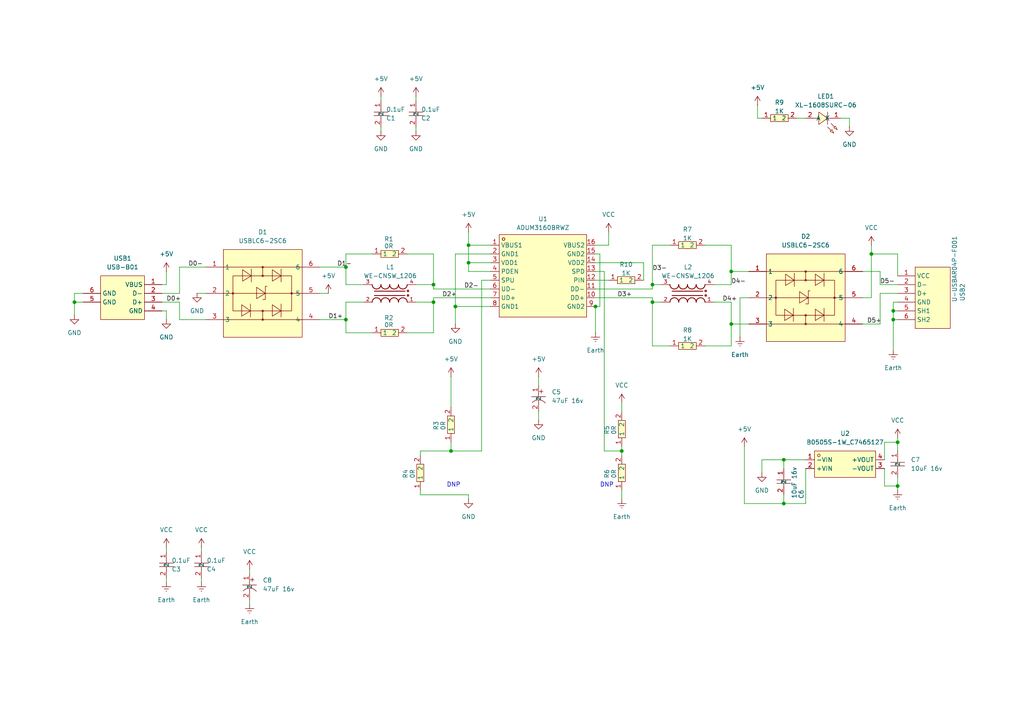
<source format=kicad_sch>
(kicad_sch
	(version 20250114)
	(generator "eeschema")
	(generator_version "9.0")
	(uuid "9587c1a9-57ed-401b-9d68-2aa83e719326")
	(paper "A4")
	(title_block
		(title "Módulo USB")
		(date "2025-03-14")
		(rev "C. Pichardo")
		(company "Instituto Tecnológico de Las Américas")
		(comment 1 "by Jesús Berroa")
		(comment 2 "2022-0757")
		(comment 3 "Energías Renovables")
		(comment 4 "Electiva II: Diseño Mecatrónico")
	)
	(lib_symbols
		(symbol "EasyEDA:ADUM3160BRWZ"
			(exclude_from_sim no)
			(in_bom yes)
			(on_board yes)
			(property "Reference" "U"
				(at 0 13.97 0)
				(effects
					(font
						(size 1.27 1.27)
					)
				)
			)
			(property "Value" "ADUM3160BRWZ"
				(at 0 -13.97 0)
				(effects
					(font
						(size 1.27 1.27)
					)
				)
			)
			(property "Footprint" "EasyEDA:WSOIC-16_L10.3-W7.5-P1.27-LS10.3-BL"
				(at 0 -16.51 0)
				(effects
					(font
						(size 1.27 1.27)
					)
					(hide yes)
				)
			)
			(property "Datasheet" "https://lcsc.com/product-detail/USB_ADI_ADUM3160BRWZ_ADUM3160BRWZ_C108501.html"
				(at 0 -19.05 0)
				(effects
					(font
						(size 1.27 1.27)
					)
					(hide yes)
				)
			)
			(property "Description" ""
				(at 0 0 0)
				(effects
					(font
						(size 1.27 1.27)
					)
					(hide yes)
				)
			)
			(property "LCSC Part" "C108501"
				(at 0 -21.59 0)
				(effects
					(font
						(size 1.27 1.27)
					)
					(hide yes)
				)
			)
			(symbol "ADUM3160BRWZ_0_1"
				(rectangle
					(start -12.7 11.94)
					(end 12.7 -11.94)
					(stroke
						(width 0)
						(type default)
					)
					(fill
						(type background)
					)
				)
				(circle
					(center -11.43 10.67)
					(radius 0.38)
					(stroke
						(width 0)
						(type default)
					)
					(fill
						(type none)
					)
				)
				(circle
					(center -11.43 10.67)
					(radius 0.38)
					(stroke
						(width 0)
						(type default)
					)
					(fill
						(type none)
					)
				)
				(pin unspecified line
					(at -15.24 8.89 0)
					(length 2.54)
					(name "VBUS1"
						(effects
							(font
								(size 1.27 1.27)
							)
						)
					)
					(number "1"
						(effects
							(font
								(size 1.27 1.27)
							)
						)
					)
				)
				(pin unspecified line
					(at -15.24 6.35 0)
					(length 2.54)
					(name "GND1"
						(effects
							(font
								(size 1.27 1.27)
							)
						)
					)
					(number "2"
						(effects
							(font
								(size 1.27 1.27)
							)
						)
					)
				)
				(pin unspecified line
					(at -15.24 3.81 0)
					(length 2.54)
					(name "VDD1"
						(effects
							(font
								(size 1.27 1.27)
							)
						)
					)
					(number "3"
						(effects
							(font
								(size 1.27 1.27)
							)
						)
					)
				)
				(pin unspecified line
					(at -15.24 1.27 0)
					(length 2.54)
					(name "PDEN"
						(effects
							(font
								(size 1.27 1.27)
							)
						)
					)
					(number "4"
						(effects
							(font
								(size 1.27 1.27)
							)
						)
					)
				)
				(pin unspecified line
					(at -15.24 -1.27 0)
					(length 2.54)
					(name "SPU"
						(effects
							(font
								(size 1.27 1.27)
							)
						)
					)
					(number "5"
						(effects
							(font
								(size 1.27 1.27)
							)
						)
					)
				)
				(pin unspecified line
					(at -15.24 -3.81 0)
					(length 2.54)
					(name "UD-"
						(effects
							(font
								(size 1.27 1.27)
							)
						)
					)
					(number "6"
						(effects
							(font
								(size 1.27 1.27)
							)
						)
					)
				)
				(pin unspecified line
					(at -15.24 -6.35 0)
					(length 2.54)
					(name "UD+"
						(effects
							(font
								(size 1.27 1.27)
							)
						)
					)
					(number "7"
						(effects
							(font
								(size 1.27 1.27)
							)
						)
					)
				)
				(pin unspecified line
					(at -15.24 -8.89 0)
					(length 2.54)
					(name "GND1"
						(effects
							(font
								(size 1.27 1.27)
							)
						)
					)
					(number "8"
						(effects
							(font
								(size 1.27 1.27)
							)
						)
					)
				)
				(pin unspecified line
					(at 15.24 8.89 180)
					(length 2.54)
					(name "VBUS2"
						(effects
							(font
								(size 1.27 1.27)
							)
						)
					)
					(number "16"
						(effects
							(font
								(size 1.27 1.27)
							)
						)
					)
				)
				(pin unspecified line
					(at 15.24 6.35 180)
					(length 2.54)
					(name "GND2"
						(effects
							(font
								(size 1.27 1.27)
							)
						)
					)
					(number "15"
						(effects
							(font
								(size 1.27 1.27)
							)
						)
					)
				)
				(pin unspecified line
					(at 15.24 3.81 180)
					(length 2.54)
					(name "VDD2"
						(effects
							(font
								(size 1.27 1.27)
							)
						)
					)
					(number "14"
						(effects
							(font
								(size 1.27 1.27)
							)
						)
					)
				)
				(pin unspecified line
					(at 15.24 1.27 180)
					(length 2.54)
					(name "SPD"
						(effects
							(font
								(size 1.27 1.27)
							)
						)
					)
					(number "13"
						(effects
							(font
								(size 1.27 1.27)
							)
						)
					)
				)
				(pin unspecified line
					(at 15.24 -1.27 180)
					(length 2.54)
					(name "PIN"
						(effects
							(font
								(size 1.27 1.27)
							)
						)
					)
					(number "12"
						(effects
							(font
								(size 1.27 1.27)
							)
						)
					)
				)
				(pin unspecified line
					(at 15.24 -3.81 180)
					(length 2.54)
					(name "DD-"
						(effects
							(font
								(size 1.27 1.27)
							)
						)
					)
					(number "11"
						(effects
							(font
								(size 1.27 1.27)
							)
						)
					)
				)
				(pin unspecified line
					(at 15.24 -6.35 180)
					(length 2.54)
					(name "DD+"
						(effects
							(font
								(size 1.27 1.27)
							)
						)
					)
					(number "10"
						(effects
							(font
								(size 1.27 1.27)
							)
						)
					)
				)
				(pin unspecified line
					(at 15.24 -8.89 180)
					(length 2.54)
					(name "GND2"
						(effects
							(font
								(size 1.27 1.27)
							)
						)
					)
					(number "9"
						(effects
							(font
								(size 1.27 1.27)
							)
						)
					)
				)
			)
			(embedded_fonts no)
		)
		(symbol "EasyEDA:B0505S-1W_C7465127"
			(exclude_from_sim no)
			(in_bom yes)
			(on_board yes)
			(property "Reference" "U"
				(at 0 6.35 0)
				(effects
					(font
						(size 1.27 1.27)
					)
				)
			)
			(property "Value" "B0505S-1W_C7465127"
				(at 0 -6.35 0)
				(effects
					(font
						(size 1.27 1.27)
					)
				)
			)
			(property "Footprint" "EasyEDA:PWRM-TH_B0505S-1W"
				(at 0 -8.89 0)
				(effects
					(font
						(size 1.27 1.27)
					)
					(hide yes)
				)
			)
			(property "Datasheet" ""
				(at 0 0 0)
				(effects
					(font
						(size 1.27 1.27)
					)
					(hide yes)
				)
			)
			(property "Description" ""
				(at 0 0 0)
				(effects
					(font
						(size 1.27 1.27)
					)
					(hide yes)
				)
			)
			(property "LCSC Part" "C7465127"
				(at 0 -11.43 0)
				(effects
					(font
						(size 1.27 1.27)
					)
					(hide yes)
				)
			)
			(symbol "B0505S-1W_C7465127_0_1"
				(rectangle
					(start -8.89 3.81)
					(end 8.89 -3.81)
					(stroke
						(width 0)
						(type default)
					)
					(fill
						(type background)
					)
				)
				(circle
					(center -7.62 2.54)
					(radius 0.38)
					(stroke
						(width 0)
						(type default)
					)
					(fill
						(type none)
					)
				)
				(pin unspecified line
					(at -11.43 1.27 0)
					(length 2.54)
					(name "-VIN"
						(effects
							(font
								(size 1.27 1.27)
							)
						)
					)
					(number "1"
						(effects
							(font
								(size 1.27 1.27)
							)
						)
					)
				)
				(pin unspecified line
					(at -11.43 -1.27 0)
					(length 2.54)
					(name "+VIN"
						(effects
							(font
								(size 1.27 1.27)
							)
						)
					)
					(number "2"
						(effects
							(font
								(size 1.27 1.27)
							)
						)
					)
				)
				(pin unspecified line
					(at 11.43 1.27 180)
					(length 2.54)
					(name "+VOUT"
						(effects
							(font
								(size 1.27 1.27)
							)
						)
					)
					(number "4"
						(effects
							(font
								(size 1.27 1.27)
							)
						)
					)
				)
				(pin unspecified line
					(at 11.43 -1.27 180)
					(length 2.54)
					(name "-VOUT"
						(effects
							(font
								(size 1.27 1.27)
							)
						)
					)
					(number "3"
						(effects
							(font
								(size 1.27 1.27)
							)
						)
					)
				)
			)
			(embedded_fonts no)
		)
		(symbol "EasyEDA:CL10B104KO8NNNC"
			(exclude_from_sim no)
			(in_bom yes)
			(on_board yes)
			(property "Reference" "C"
				(at 0 5.08 0)
				(effects
					(font
						(size 1.27 1.27)
					)
				)
			)
			(property "Value" "CL10B104KO8NNNC"
				(at 0 -5.08 0)
				(effects
					(font
						(size 1.27 1.27)
					)
				)
			)
			(property "Footprint" "EasyEDA:C0603"
				(at 0 -7.62 0)
				(effects
					(font
						(size 1.27 1.27)
					)
					(hide yes)
				)
			)
			(property "Datasheet" "https://lcsc.com/product-detail/Multilayer-Ceramic-Capacitors-MLCC-SMD-SMT_SAMSUNG_CL10B104KO8NNNC_100nF-104-10-16V_C66501.html"
				(at 0 -10.16 0)
				(effects
					(font
						(size 1.27 1.27)
					)
					(hide yes)
				)
			)
			(property "Description" ""
				(at 0 0 0)
				(effects
					(font
						(size 1.27 1.27)
					)
					(hide yes)
				)
			)
			(property "LCSC Part" "C66501"
				(at 0 -12.7 0)
				(effects
					(font
						(size 1.27 1.27)
					)
					(hide yes)
				)
			)
			(symbol "CL10B104KO8NNNC_0_1"
				(polyline
					(pts
						(xy -1.27 0) (xy -0.51 0)
					)
					(stroke
						(width 0)
						(type default)
					)
					(fill
						(type none)
					)
				)
				(polyline
					(pts
						(xy -0.51 2.03) (xy -0.51 -2.03)
					)
					(stroke
						(width 0)
						(type default)
					)
					(fill
						(type none)
					)
				)
				(polyline
					(pts
						(xy 0.51 2.03) (xy 0.51 -2.03)
					)
					(stroke
						(width 0)
						(type default)
					)
					(fill
						(type none)
					)
				)
				(polyline
					(pts
						(xy 0.51 0) (xy 1.27 0)
					)
					(stroke
						(width 0)
						(type default)
					)
					(fill
						(type none)
					)
				)
				(pin input line
					(at -3.81 0 0)
					(length 2.54)
					(name "1"
						(effects
							(font
								(size 1.27 1.27)
							)
						)
					)
					(number "1"
						(effects
							(font
								(size 1.27 1.27)
							)
						)
					)
				)
				(pin input line
					(at 3.81 0 180)
					(length 2.54)
					(name "2"
						(effects
							(font
								(size 1.27 1.27)
							)
						)
					)
					(number "2"
						(effects
							(font
								(size 1.27 1.27)
							)
						)
					)
				)
			)
			(embedded_fonts no)
		)
		(symbol "EasyEDA:CL21A106KOQNNNE"
			(exclude_from_sim no)
			(in_bom yes)
			(on_board yes)
			(property "Reference" "C"
				(at 0 5.08 0)
				(effects
					(font
						(size 1.27 1.27)
					)
				)
			)
			(property "Value" "CL21A106KOQNNNE"
				(at 0 -5.08 0)
				(effects
					(font
						(size 1.27 1.27)
					)
				)
			)
			(property "Footprint" "EasyEDA:C0805"
				(at 0 -7.62 0)
				(effects
					(font
						(size 1.27 1.27)
					)
					(hide yes)
				)
			)
			(property "Datasheet" "https://lcsc.com/product-detail/Multilayer-Ceramic-Capacitors-MLCC-SMD-SMT_SAMSUNG_CL21A106KOQNNNE_10uF-106-10-16V_C1713.html"
				(at 0 -10.16 0)
				(effects
					(font
						(size 1.27 1.27)
					)
					(hide yes)
				)
			)
			(property "Description" ""
				(at 0 0 0)
				(effects
					(font
						(size 1.27 1.27)
					)
					(hide yes)
				)
			)
			(property "LCSC Part" "C1713"
				(at 0 -12.7 0)
				(effects
					(font
						(size 1.27 1.27)
					)
					(hide yes)
				)
			)
			(symbol "CL21A106KOQNNNE_0_1"
				(polyline
					(pts
						(xy -1.27 0) (xy -0.51 0)
					)
					(stroke
						(width 0)
						(type default)
					)
					(fill
						(type none)
					)
				)
				(polyline
					(pts
						(xy -0.51 2.03) (xy -0.51 -2.03)
					)
					(stroke
						(width 0)
						(type default)
					)
					(fill
						(type none)
					)
				)
				(polyline
					(pts
						(xy 0.51 2.03) (xy 0.51 -2.03)
					)
					(stroke
						(width 0)
						(type default)
					)
					(fill
						(type none)
					)
				)
				(polyline
					(pts
						(xy 0.51 0) (xy 1.27 0)
					)
					(stroke
						(width 0)
						(type default)
					)
					(fill
						(type none)
					)
				)
				(pin input line
					(at -3.81 0 0)
					(length 2.54)
					(name "1"
						(effects
							(font
								(size 1.27 1.27)
							)
						)
					)
					(number "1"
						(effects
							(font
								(size 1.27 1.27)
							)
						)
					)
				)
				(pin input line
					(at 3.81 0 180)
					(length 2.54)
					(name "2"
						(effects
							(font
								(size 1.27 1.27)
							)
						)
					)
					(number "2"
						(effects
							(font
								(size 1.27 1.27)
							)
						)
					)
				)
			)
			(embedded_fonts no)
		)
		(symbol "EasyEDA:RC0603FR-071KL"
			(exclude_from_sim no)
			(in_bom yes)
			(on_board yes)
			(property "Reference" "R"
				(at 0 5.08 0)
				(effects
					(font
						(size 1.27 1.27)
					)
				)
			)
			(property "Value" "RC0603FR-071KL"
				(at 0 -5.08 0)
				(effects
					(font
						(size 1.27 1.27)
					)
				)
			)
			(property "Footprint" "EasyEDA:R0603"
				(at 0 -7.62 0)
				(effects
					(font
						(size 1.27 1.27)
					)
					(hide yes)
				)
			)
			(property "Datasheet" "https://lcsc.com/product-detail/Chip-Resistor-Surface-Mount_1KR-1001-1_C22548.html"
				(at 0 -10.16 0)
				(effects
					(font
						(size 1.27 1.27)
					)
					(hide yes)
				)
			)
			(property "Description" ""
				(at 0 0 0)
				(effects
					(font
						(size 1.27 1.27)
					)
					(hide yes)
				)
			)
			(property "LCSC Part" "C22548"
				(at 0 -12.7 0)
				(effects
					(font
						(size 1.27 1.27)
					)
					(hide yes)
				)
			)
			(symbol "RC0603FR-071KL_0_1"
				(rectangle
					(start -2.54 1.02)
					(end 2.54 -1.02)
					(stroke
						(width 0)
						(type default)
					)
					(fill
						(type background)
					)
				)
				(pin input line
					(at -5.08 0 0)
					(length 2.54)
					(name "1"
						(effects
							(font
								(size 1.27 1.27)
							)
						)
					)
					(number "1"
						(effects
							(font
								(size 1.27 1.27)
							)
						)
					)
				)
				(pin input line
					(at 5.08 0 180)
					(length 2.54)
					(name "2"
						(effects
							(font
								(size 1.27 1.27)
							)
						)
					)
					(number "2"
						(effects
							(font
								(size 1.27 1.27)
							)
						)
					)
				)
			)
			(embedded_fonts no)
		)
		(symbol "EasyEDA:RC0603JR-070RL"
			(exclude_from_sim no)
			(in_bom yes)
			(on_board yes)
			(property "Reference" "R"
				(at 0 5.08 0)
				(effects
					(font
						(size 1.27 1.27)
					)
				)
			)
			(property "Value" "RC0603JR-070RL"
				(at 0 -5.08 0)
				(effects
					(font
						(size 1.27 1.27)
					)
				)
			)
			(property "Footprint" "EasyEDA:R0603"
				(at 0 -7.62 0)
				(effects
					(font
						(size 1.27 1.27)
					)
					(hide yes)
				)
			)
			(property "Datasheet" "https://lcsc.com/product-detail/Chip-Resistor-Surface-Mount_0R-0R-5_C95177.html"
				(at 0 -10.16 0)
				(effects
					(font
						(size 1.27 1.27)
					)
					(hide yes)
				)
			)
			(property "Description" ""
				(at 0 0 0)
				(effects
					(font
						(size 1.27 1.27)
					)
					(hide yes)
				)
			)
			(property "LCSC Part" "C95177"
				(at 0 -12.7 0)
				(effects
					(font
						(size 1.27 1.27)
					)
					(hide yes)
				)
			)
			(symbol "RC0603JR-070RL_0_1"
				(rectangle
					(start -2.54 1.02)
					(end 2.54 -1.02)
					(stroke
						(width 0)
						(type default)
					)
					(fill
						(type background)
					)
				)
				(pin input line
					(at -5.08 0 0)
					(length 2.54)
					(name "1"
						(effects
							(font
								(size 1.27 1.27)
							)
						)
					)
					(number "1"
						(effects
							(font
								(size 1.27 1.27)
							)
						)
					)
				)
				(pin input line
					(at 5.08 0 180)
					(length 2.54)
					(name "2"
						(effects
							(font
								(size 1.27 1.27)
							)
						)
					)
					(number "2"
						(effects
							(font
								(size 1.27 1.27)
							)
						)
					)
				)
			)
			(embedded_fonts no)
		)
		(symbol "EasyEDA:RVT1C470M0505"
			(exclude_from_sim no)
			(in_bom yes)
			(on_board yes)
			(property "Reference" "C"
				(at 0 8.89 0)
				(effects
					(font
						(size 1.27 1.27)
					)
				)
			)
			(property "Value" "RVT1C470M0505"
				(at 0 -8.89 0)
				(effects
					(font
						(size 1.27 1.27)
					)
				)
			)
			(property "Footprint" "EasyEDA:CAP-SMD_BD5.0-L5.3-W5.3-LS6.3-FD"
				(at 0 -11.43 0)
				(effects
					(font
						(size 1.27 1.27)
					)
					(hide yes)
				)
			)
			(property "Datasheet" "https://lcsc.com/product-detail/Aluminum-Electrolytic-Capacitors-SMD_47UF-16V-20_C72515.html"
				(at 0 -13.97 0)
				(effects
					(font
						(size 1.27 1.27)
					)
					(hide yes)
				)
			)
			(property "Description" ""
				(at 0 0 0)
				(effects
					(font
						(size 1.27 1.27)
					)
					(hide yes)
				)
			)
			(property "LCSC Part" "C72515"
				(at 0 -16.51 0)
				(effects
					(font
						(size 1.27 1.27)
					)
					(hide yes)
				)
			)
			(symbol "RVT1C470M0505_0_1"
				(polyline
					(pts
						(xy 0 1.27) (xy 0 0.51)
					)
					(stroke
						(width 0)
						(type default)
					)
					(fill
						(type none)
					)
				)
				(polyline
					(pts
						(xy 0 -0.51) (xy 0 -1.27)
					)
					(stroke
						(width 0)
						(type default)
					)
					(fill
						(type none)
					)
				)
				(arc
					(start -1.83 -1.21)
					(mid 0.0877 -0.3958)
					(end 1.95 -1.33)
					(stroke
						(width 0)
						(type default)
					)
					(fill
						(type none)
					)
				)
				(polyline
					(pts
						(xy 0.76 2.54) (xy 0.76 1.52)
					)
					(stroke
						(width 0)
						(type default)
					)
					(fill
						(type none)
					)
				)
				(polyline
					(pts
						(xy 1.27 2.03) (xy 0.25 2.03)
					)
					(stroke
						(width 0)
						(type default)
					)
					(fill
						(type none)
					)
				)
				(polyline
					(pts
						(xy 2.03 0.51) (xy -2.03 0.51)
					)
					(stroke
						(width 0)
						(type default)
					)
					(fill
						(type none)
					)
				)
				(pin input line
					(at 0 3.81 270)
					(length 2.54)
					(name "1"
						(effects
							(font
								(size 1.27 1.27)
							)
						)
					)
					(number "1"
						(effects
							(font
								(size 1.27 1.27)
							)
						)
					)
				)
				(pin input line
					(at 0 -3.81 90)
					(length 2.54)
					(name "2"
						(effects
							(font
								(size 1.27 1.27)
							)
						)
					)
					(number "2"
						(effects
							(font
								(size 1.27 1.27)
							)
						)
					)
				)
			)
			(embedded_fonts no)
		)
		(symbol "EasyEDA:U-USBAR04P-F001"
			(exclude_from_sim no)
			(in_bom yes)
			(on_board yes)
			(property "Reference" "USB"
				(at 0 12.7 0)
				(effects
					(font
						(size 1.27 1.27)
					)
				)
			)
			(property "Value" "U-USBAR04P-F001"
				(at 0 -10.16 0)
				(effects
					(font
						(size 1.27 1.27)
					)
				)
			)
			(property "Footprint" "EasyEDA:USB-A-TH_USB-302-T"
				(at 0 -12.7 0)
				(effects
					(font
						(size 1.27 1.27)
					)
					(hide yes)
				)
			)
			(property "Datasheet" "https://lcsc.com/product-detail/USB-Connectors_Shenzhen-Cankemeng-U-USBAR04P-F001_C386736.html"
				(at 0 -15.24 0)
				(effects
					(font
						(size 1.27 1.27)
					)
					(hide yes)
				)
			)
			(property "Description" ""
				(at 0 0 0)
				(effects
					(font
						(size 1.27 1.27)
					)
					(hide yes)
				)
			)
			(property "LCSC Part" "C386736"
				(at 0 -17.78 0)
				(effects
					(font
						(size 1.27 1.27)
					)
					(hide yes)
				)
			)
			(symbol "U-USBAR04P-F001_0_1"
				(rectangle
					(start -2.54 10.16)
					(end 7.62 -7.62)
					(stroke
						(width 0)
						(type default)
					)
					(fill
						(type background)
					)
				)
				(pin unspecified line
					(at -7.62 7.62 0)
					(length 5.08)
					(name "VCC"
						(effects
							(font
								(size 1.27 1.27)
							)
						)
					)
					(number "1"
						(effects
							(font
								(size 1.27 1.27)
							)
						)
					)
				)
				(pin unspecified line
					(at -7.62 5.08 0)
					(length 5.08)
					(name "D-"
						(effects
							(font
								(size 1.27 1.27)
							)
						)
					)
					(number "2"
						(effects
							(font
								(size 1.27 1.27)
							)
						)
					)
				)
				(pin unspecified line
					(at -7.62 2.54 0)
					(length 5.08)
					(name "D+"
						(effects
							(font
								(size 1.27 1.27)
							)
						)
					)
					(number "3"
						(effects
							(font
								(size 1.27 1.27)
							)
						)
					)
				)
				(pin unspecified line
					(at -7.62 0 0)
					(length 5.08)
					(name "GND"
						(effects
							(font
								(size 1.27 1.27)
							)
						)
					)
					(number "4"
						(effects
							(font
								(size 1.27 1.27)
							)
						)
					)
				)
				(pin unspecified line
					(at -7.62 -2.54 0)
					(length 5.08)
					(name "SH1"
						(effects
							(font
								(size 1.27 1.27)
							)
						)
					)
					(number "5"
						(effects
							(font
								(size 1.27 1.27)
							)
						)
					)
				)
				(pin unspecified line
					(at -7.62 -5.08 0)
					(length 5.08)
					(name "SH2"
						(effects
							(font
								(size 1.27 1.27)
							)
						)
					)
					(number "6"
						(effects
							(font
								(size 1.27 1.27)
							)
						)
					)
				)
			)
			(embedded_fonts no)
		)
		(symbol "EasyEDA:USB-B01"
			(exclude_from_sim no)
			(in_bom yes)
			(on_board yes)
			(property "Reference" "USB"
				(at 0 10.16 0)
				(effects
					(font
						(size 1.27 1.27)
					)
				)
			)
			(property "Value" "USB-B01"
				(at 0 -7.62 0)
				(effects
					(font
						(size 1.27 1.27)
					)
				)
			)
			(property "Footprint" "EasyEDA:USB-B-TH_USB-B01"
				(at 0 -10.16 0)
				(effects
					(font
						(size 1.27 1.27)
					)
					(hide yes)
				)
			)
			(property "Datasheet" "https://lcsc.com/product-detail/New-Arrivals_SOFNG-USB-B01_C498173.html"
				(at 0 -12.7 0)
				(effects
					(font
						(size 1.27 1.27)
					)
					(hide yes)
				)
			)
			(property "Description" ""
				(at 0 0 0)
				(effects
					(font
						(size 1.27 1.27)
					)
					(hide yes)
				)
			)
			(property "LCSC Part" "C498173"
				(at 0 -15.24 0)
				(effects
					(font
						(size 1.27 1.27)
					)
					(hide yes)
				)
			)
			(symbol "USB-B01_0_1"
				(rectangle
					(start -5.08 7.62)
					(end 7.62 -5.08)
					(stroke
						(width 0)
						(type default)
					)
					(fill
						(type background)
					)
				)
				(pin unspecified line
					(at -10.16 5.08 0)
					(length 5.08)
					(name "VBUS"
						(effects
							(font
								(size 1.27 1.27)
							)
						)
					)
					(number "1"
						(effects
							(font
								(size 1.27 1.27)
							)
						)
					)
				)
				(pin unspecified line
					(at -10.16 2.54 0)
					(length 5.08)
					(name "D-"
						(effects
							(font
								(size 1.27 1.27)
							)
						)
					)
					(number "2"
						(effects
							(font
								(size 1.27 1.27)
							)
						)
					)
				)
				(pin unspecified line
					(at -10.16 0 0)
					(length 5.08)
					(name "D+"
						(effects
							(font
								(size 1.27 1.27)
							)
						)
					)
					(number "3"
						(effects
							(font
								(size 1.27 1.27)
							)
						)
					)
				)
				(pin unspecified line
					(at -10.16 -2.54 0)
					(length 5.08)
					(name "GND"
						(effects
							(font
								(size 1.27 1.27)
							)
						)
					)
					(number "4"
						(effects
							(font
								(size 1.27 1.27)
							)
						)
					)
				)
				(pin unspecified line
					(at 12.7 2.54 180)
					(length 5.08)
					(name "GND"
						(effects
							(font
								(size 1.27 1.27)
							)
						)
					)
					(number "6"
						(effects
							(font
								(size 1.27 1.27)
							)
						)
					)
				)
				(pin unspecified line
					(at 12.7 0 180)
					(length 5.08)
					(name "GND"
						(effects
							(font
								(size 1.27 1.27)
							)
						)
					)
					(number "5"
						(effects
							(font
								(size 1.27 1.27)
							)
						)
					)
				)
			)
			(embedded_fonts no)
		)
		(symbol "EasyEDA:USBLC6-2SC6"
			(exclude_from_sim no)
			(in_bom yes)
			(on_board yes)
			(property "Reference" "D"
				(at 0 12.7 0)
				(effects
					(font
						(size 1.27 1.27)
					)
				)
			)
			(property "Value" "USBLC6-2SC6"
				(at 0 -12.7 0)
				(effects
					(font
						(size 1.27 1.27)
					)
				)
			)
			(property "Footprint" "EasyEDA:SOT-23-6_L2.9-W1.6-P0.95-LS2.8-BL"
				(at 0 -15.24 0)
				(effects
					(font
						(size 1.27 1.27)
					)
					(hide yes)
				)
			)
			(property "Datasheet" "https://lcsc.com/product-detail/Diodes-ESD_STMicroelectronics_USBLC6-2SC6_USBLC6-2SC6_C7519.html"
				(at 0 -17.78 0)
				(effects
					(font
						(size 1.27 1.27)
					)
					(hide yes)
				)
			)
			(property "Description" ""
				(at 0 0 0)
				(effects
					(font
						(size 1.27 1.27)
					)
					(hide yes)
				)
			)
			(property "LCSC Part" "C7519"
				(at 0 -20.32 0)
				(effects
					(font
						(size 1.27 1.27)
					)
					(hide yes)
				)
			)
			(symbol "USBLC6-2SC6_0_1"
				(rectangle
					(start -11.43 12.7)
					(end 11.43 -12.7)
					(stroke
						(width 0)
						(type default)
					)
					(fill
						(type background)
					)
				)
				(polyline
					(pts
						(xy -11.43 7.62) (xy 11.43 7.62)
					)
					(stroke
						(width 0)
						(type default)
					)
					(fill
						(type none)
					)
				)
				(polyline
					(pts
						(xy -11.43 0) (xy 11.43 0)
					)
					(stroke
						(width 0)
						(type default)
					)
					(fill
						(type none)
					)
				)
				(polyline
					(pts
						(xy -11.43 -7.62) (xy 11.43 -7.62)
					)
					(stroke
						(width 0)
						(type default)
					)
					(fill
						(type none)
					)
				)
				(circle
					(center -8.64 0)
					(radius 0.25)
					(stroke
						(width 0)
						(type default)
					)
					(fill
						(type none)
					)
				)
				(polyline
					(pts
						(xy -8.64 0) (xy -8.64 5.08) (xy 8.38 5.08) (xy 8.38 -5.08) (xy -8.64 -5.08) (xy -8.64 0)
					)
					(stroke
						(width 0)
						(type default)
					)
					(fill
						(type background)
					)
				)
				(polyline
					(pts
						(xy -6.1 -6.6) (xy -3.56 -5.08) (xy -6.1 -3.3) (xy -6.1 -6.6)
					)
					(stroke
						(width 0)
						(type default)
					)
					(fill
						(type background)
					)
				)
				(polyline
					(pts
						(xy -5.84 3.56) (xy -3.3 5.08) (xy -5.84 6.86) (xy -5.84 3.56)
					)
					(stroke
						(width 0)
						(type default)
					)
					(fill
						(type background)
					)
				)
				(polyline
					(pts
						(xy -3.56 -3.05) (xy -3.56 -3.05) (xy -3.56 -6.86) (xy -3.56 -6.86)
					)
					(stroke
						(width 0)
						(type default)
					)
					(fill
						(type none)
					)
				)
				(polyline
					(pts
						(xy -3.3 7.11) (xy -3.3 7.11) (xy -3.3 3.3) (xy -3.3 3.3)
					)
					(stroke
						(width 0)
						(type default)
					)
					(fill
						(type none)
					)
				)
				(polyline
					(pts
						(xy -1.78 -1.52) (xy 0.76 0) (xy -1.78 1.78) (xy -1.78 -1.52)
					)
					(stroke
						(width 0)
						(type default)
					)
					(fill
						(type background)
					)
				)
				(circle
					(center 0 7.62)
					(radius 0.25)
					(stroke
						(width 0)
						(type default)
					)
					(fill
						(type none)
					)
				)
				(polyline
					(pts
						(xy 0 7.62) (xy 0 5.08)
					)
					(stroke
						(width 0)
						(type default)
					)
					(fill
						(type none)
					)
				)
				(circle
					(center 0 5.08)
					(radius 0.25)
					(stroke
						(width 0)
						(type default)
					)
					(fill
						(type none)
					)
				)
				(circle
					(center 0 -5.08)
					(radius 0.25)
					(stroke
						(width 0)
						(type default)
					)
					(fill
						(type none)
					)
				)
				(polyline
					(pts
						(xy 0 -7.62) (xy 0 -5.08)
					)
					(stroke
						(width 0)
						(type default)
					)
					(fill
						(type none)
					)
				)
				(circle
					(center 0 -7.62)
					(radius 0.25)
					(stroke
						(width 0)
						(type default)
					)
					(fill
						(type none)
					)
				)
				(polyline
					(pts
						(xy 1.27 2.03) (xy 0.76 2.03) (xy 0.76 -1.78) (xy 0 -1.78)
					)
					(stroke
						(width 0)
						(type default)
					)
					(fill
						(type none)
					)
				)
				(polyline
					(pts
						(xy 2.79 3.56) (xy 5.33 5.08) (xy 2.79 6.86) (xy 2.79 3.56)
					)
					(stroke
						(width 0)
						(type default)
					)
					(fill
						(type background)
					)
				)
				(polyline
					(pts
						(xy 2.79 -6.6) (xy 5.33 -5.08) (xy 2.79 -3.3) (xy 2.79 -6.6)
					)
					(stroke
						(width 0)
						(type default)
					)
					(fill
						(type background)
					)
				)
				(polyline
					(pts
						(xy 5.33 7.11) (xy 5.33 7.11) (xy 5.33 3.3) (xy 5.33 3.3)
					)
					(stroke
						(width 0)
						(type default)
					)
					(fill
						(type none)
					)
				)
				(polyline
					(pts
						(xy 5.33 -3.05) (xy 5.33 -3.05) (xy 5.33 -6.86) (xy 5.33 -6.86)
					)
					(stroke
						(width 0)
						(type default)
					)
					(fill
						(type none)
					)
				)
				(circle
					(center 8.38 0)
					(radius 0.25)
					(stroke
						(width 0)
						(type default)
					)
					(fill
						(type none)
					)
				)
				(pin input line
					(at -16.51 7.62 0)
					(length 5.08)
					(name "1"
						(effects
							(font
								(size 1.27 1.27)
							)
						)
					)
					(number "1"
						(effects
							(font
								(size 1.27 1.27)
							)
						)
					)
				)
				(pin input line
					(at -16.51 0 0)
					(length 5.08)
					(name "2"
						(effects
							(font
								(size 1.27 1.27)
							)
						)
					)
					(number "2"
						(effects
							(font
								(size 1.27 1.27)
							)
						)
					)
				)
				(pin input line
					(at -16.51 -7.62 0)
					(length 5.08)
					(name "3"
						(effects
							(font
								(size 1.27 1.27)
							)
						)
					)
					(number "3"
						(effects
							(font
								(size 1.27 1.27)
							)
						)
					)
				)
				(pin input line
					(at 16.51 7.62 180)
					(length 5.08)
					(name "6"
						(effects
							(font
								(size 1.27 1.27)
							)
						)
					)
					(number "6"
						(effects
							(font
								(size 1.27 1.27)
							)
						)
					)
				)
				(pin input line
					(at 16.51 0 180)
					(length 5.08)
					(name "5"
						(effects
							(font
								(size 1.27 1.27)
							)
						)
					)
					(number "5"
						(effects
							(font
								(size 1.27 1.27)
							)
						)
					)
				)
				(pin input line
					(at 16.51 -7.62 180)
					(length 5.08)
					(name "4"
						(effects
							(font
								(size 1.27 1.27)
							)
						)
					)
					(number "4"
						(effects
							(font
								(size 1.27 1.27)
							)
						)
					)
				)
			)
			(embedded_fonts no)
		)
		(symbol "EasyEDA:XL-1608SURC-06"
			(exclude_from_sim no)
			(in_bom yes)
			(on_board yes)
			(property "Reference" "LED"
				(at 0 5.08 0)
				(effects
					(font
						(size 1.27 1.27)
					)
				)
			)
			(property "Value" "XL-1608SURC-06"
				(at 0 -5.08 0)
				(effects
					(font
						(size 1.27 1.27)
					)
				)
			)
			(property "Footprint" "EasyEDA:LED0603-RD_RED"
				(at 0 -7.62 0)
				(effects
					(font
						(size 1.27 1.27)
					)
					(hide yes)
				)
			)
			(property "Datasheet" ""
				(at 0 0 0)
				(effects
					(font
						(size 1.27 1.27)
					)
					(hide yes)
				)
			)
			(property "Description" ""
				(at 0 0 0)
				(effects
					(font
						(size 1.27 1.27)
					)
					(hide yes)
				)
			)
			(property "LCSC Part" "C965799"
				(at 0 -10.16 0)
				(effects
					(font
						(size 1.27 1.27)
					)
					(hide yes)
				)
			)
			(symbol "XL-1608SURC-06_0_1"
				(polyline
					(pts
						(xy -4.06 3.3) (xy -3.05 2.79) (xy -3.56 2.29) (xy -4.06 3.3)
					)
					(stroke
						(width 0)
						(type default)
					)
					(fill
						(type background)
					)
				)
				(polyline
					(pts
						(xy -3.05 4.32) (xy -2.03 3.81) (xy -2.54 3.3) (xy -3.05 4.32)
					)
					(stroke
						(width 0)
						(type default)
					)
					(fill
						(type background)
					)
				)
				(polyline
					(pts
						(xy -2.29 1.52) (xy -3.3 2.54) (xy -2.29 1.52)
					)
					(stroke
						(width 0)
						(type default)
					)
					(fill
						(type background)
					)
				)
				(polyline
					(pts
						(xy -1.27 2.54) (xy -2.29 3.56) (xy -1.27 2.54)
					)
					(stroke
						(width 0)
						(type default)
					)
					(fill
						(type background)
					)
				)
				(polyline
					(pts
						(xy -1.27 1.78) (xy -1.27 -1.78)
					)
					(stroke
						(width 0)
						(type default)
					)
					(fill
						(type none)
					)
				)
				(polyline
					(pts
						(xy -1.27 0) (xy -2.54 0)
					)
					(stroke
						(width 0)
						(type default)
					)
					(fill
						(type none)
					)
				)
				(polyline
					(pts
						(xy 1.27 1.78) (xy -1.27 0) (xy 1.27 -1.78) (xy 1.27 1.78)
					)
					(stroke
						(width 0)
						(type default)
					)
					(fill
						(type background)
					)
				)
				(polyline
					(pts
						(xy 2.54 0) (xy 1.27 0)
					)
					(stroke
						(width 0)
						(type default)
					)
					(fill
						(type none)
					)
				)
				(pin unspecified line
					(at -5.08 0 0)
					(length 2.54)
					(name "K"
						(effects
							(font
								(size 1.27 1.27)
							)
						)
					)
					(number "1"
						(effects
							(font
								(size 1.27 1.27)
							)
						)
					)
				)
				(pin unspecified line
					(at 5.08 0 180)
					(length 2.54)
					(name "A"
						(effects
							(font
								(size 1.27 1.27)
							)
						)
					)
					(number "2"
						(effects
							(font
								(size 1.27 1.27)
							)
						)
					)
				)
			)
			(embedded_fonts no)
		)
		(symbol "Snapeda:WE-CNSW_1206"
			(pin_names
				(offset 1.016)
			)
			(exclude_from_sim no)
			(in_bom yes)
			(on_board yes)
			(property "Reference" "L"
				(at 0 3.302 0)
				(effects
					(font
						(size 1.27 1.27)
					)
					(justify bottom)
				)
			)
			(property "Value" "WE-CNSW_1206"
				(at 0 -5.08 0)
				(effects
					(font
						(size 1.27 1.27)
					)
					(justify bottom)
				)
			)
			(property "Footprint" "Snapeda:WE-CNSW_1206_WE-CNSW_1206"
				(at 0 0 0)
				(effects
					(font
						(size 1.27 1.27)
					)
					(justify bottom)
					(hide yes)
				)
			)
			(property "Datasheet" ""
				(at 0 0 0)
				(effects
					(font
						(size 1.27 1.27)
					)
					(hide yes)
				)
			)
			(property "Description" ""
				(at 0 0 0)
				(effects
					(font
						(size 1.27 1.27)
					)
					(hide yes)
				)
			)
			(property "MF" "Wurth Electronics"
				(at 0 0 0)
				(effects
					(font
						(size 1.27 1.27)
					)
					(justify bottom)
					(hide yes)
				)
			)
			(property "Description_1" "Size 1206; Z = 90 Ω; IR = 370 mA; RDC = 0.3 Ω"
				(at 0 0 0)
				(effects
					(font
						(size 1.27 1.27)
					)
					(justify bottom)
					(hide yes)
				)
			)
			(property "Package" "Horizontal-4 Wurth"
				(at 0 0 0)
				(effects
					(font
						(size 1.27 1.27)
					)
					(justify bottom)
					(hide yes)
				)
			)
			(property "Price" "None"
				(at 0 0 0)
				(effects
					(font
						(size 1.27 1.27)
					)
					(justify bottom)
					(hide yes)
				)
			)
			(property "SnapEDA_Link" "https://www.snapeda.com/parts/744232090/Wurth+Electronics/view-part/?ref=snap"
				(at 0 0 0)
				(effects
					(font
						(size 1.27 1.27)
					)
					(justify bottom)
					(hide yes)
				)
			)
			(property "MP" "744232090"
				(at 0 0 0)
				(effects
					(font
						(size 1.27 1.27)
					)
					(justify bottom)
					(hide yes)
				)
			)
			(property "Availability" "In Stock"
				(at 0 0 0)
				(effects
					(font
						(size 1.27 1.27)
					)
					(justify bottom)
					(hide yes)
				)
			)
			(property "Check_prices" "https://www.snapeda.com/parts/744232090/Wurth+Electronics/view-part/?ref=eda"
				(at 0 0 0)
				(effects
					(font
						(size 1.27 1.27)
					)
					(justify bottom)
					(hide yes)
				)
			)
			(symbol "WE-CNSW_1206_0_0"
				(circle
					(center -5.3 0.7)
					(radius 0.1)
					(stroke
						(width 0.254)
						(type default)
					)
					(fill
						(type none)
					)
				)
				(circle
					(center -5.3 -0.6)
					(radius 0.1)
					(stroke
						(width 0.254)
						(type default)
					)
					(fill
						(type none)
					)
				)
				(polyline
					(pts
						(xy -4.445 0.635) (xy 4.445 0.635)
					)
					(stroke
						(width 0.254)
						(type default)
					)
					(fill
						(type none)
					)
				)
				(polyline
					(pts
						(xy -4.445 -0.635) (xy 4.445 -0.635)
					)
					(stroke
						(width 0.254)
						(type default)
					)
					(fill
						(type none)
					)
				)
				(arc
					(start -2.54 2.54)
					(mid -3.81 1.2755)
					(end -5.08 2.54)
					(stroke
						(width 0.254)
						(type default)
					)
					(fill
						(type none)
					)
				)
				(arc
					(start -5.08 -2.54)
					(mid -3.81 -1.2755)
					(end -2.54 -2.54)
					(stroke
						(width 0.254)
						(type default)
					)
					(fill
						(type none)
					)
				)
				(arc
					(start 0 2.54)
					(mid -1.27 1.2755)
					(end -2.54 2.54)
					(stroke
						(width 0.254)
						(type default)
					)
					(fill
						(type none)
					)
				)
				(arc
					(start -2.54 -2.54)
					(mid -1.27 -1.2755)
					(end 0 -2.54)
					(stroke
						(width 0.254)
						(type default)
					)
					(fill
						(type none)
					)
				)
				(arc
					(start 2.54 2.54)
					(mid 1.27 1.2755)
					(end 0 2.54)
					(stroke
						(width 0.254)
						(type default)
					)
					(fill
						(type none)
					)
				)
				(arc
					(start 0 -2.54)
					(mid 1.27 -1.2755)
					(end 2.54 -2.54)
					(stroke
						(width 0.254)
						(type default)
					)
					(fill
						(type none)
					)
				)
				(arc
					(start 5.08 2.54)
					(mid 3.81 1.2755)
					(end 2.54 2.54)
					(stroke
						(width 0.254)
						(type default)
					)
					(fill
						(type none)
					)
				)
				(arc
					(start 2.54 -2.54)
					(mid 3.81 -1.2755)
					(end 5.08 -2.54)
					(stroke
						(width 0.254)
						(type default)
					)
					(fill
						(type none)
					)
				)
				(pin passive line
					(at -7.62 2.54 0)
					(length 2.54)
					(name "~"
						(effects
							(font
								(size 1.016 1.016)
							)
						)
					)
					(number "4"
						(effects
							(font
								(size 1.016 1.016)
							)
						)
					)
				)
				(pin passive line
					(at -7.62 -2.54 0)
					(length 2.54)
					(name "~"
						(effects
							(font
								(size 1.016 1.016)
							)
						)
					)
					(number "1"
						(effects
							(font
								(size 1.016 1.016)
							)
						)
					)
				)
				(pin passive line
					(at 7.62 2.54 180)
					(length 2.54)
					(name "~"
						(effects
							(font
								(size 1.016 1.016)
							)
						)
					)
					(number "3"
						(effects
							(font
								(size 1.016 1.016)
							)
						)
					)
				)
				(pin passive line
					(at 7.62 -2.54 180)
					(length 2.54)
					(name "~"
						(effects
							(font
								(size 1.016 1.016)
							)
						)
					)
					(number "2"
						(effects
							(font
								(size 1.016 1.016)
							)
						)
					)
				)
			)
			(embedded_fonts no)
		)
		(symbol "power:+5V"
			(power)
			(pin_numbers
				(hide yes)
			)
			(pin_names
				(offset 0)
				(hide yes)
			)
			(exclude_from_sim no)
			(in_bom yes)
			(on_board yes)
			(property "Reference" "#PWR"
				(at 0 -3.81 0)
				(effects
					(font
						(size 1.27 1.27)
					)
					(hide yes)
				)
			)
			(property "Value" "+5V"
				(at 0 3.556 0)
				(effects
					(font
						(size 1.27 1.27)
					)
				)
			)
			(property "Footprint" ""
				(at 0 0 0)
				(effects
					(font
						(size 1.27 1.27)
					)
					(hide yes)
				)
			)
			(property "Datasheet" ""
				(at 0 0 0)
				(effects
					(font
						(size 1.27 1.27)
					)
					(hide yes)
				)
			)
			(property "Description" "Power symbol creates a global label with name \"+5V\""
				(at 0 0 0)
				(effects
					(font
						(size 1.27 1.27)
					)
					(hide yes)
				)
			)
			(property "ki_keywords" "global power"
				(at 0 0 0)
				(effects
					(font
						(size 1.27 1.27)
					)
					(hide yes)
				)
			)
			(symbol "+5V_0_1"
				(polyline
					(pts
						(xy -0.762 1.27) (xy 0 2.54)
					)
					(stroke
						(width 0)
						(type default)
					)
					(fill
						(type none)
					)
				)
				(polyline
					(pts
						(xy 0 2.54) (xy 0.762 1.27)
					)
					(stroke
						(width 0)
						(type default)
					)
					(fill
						(type none)
					)
				)
				(polyline
					(pts
						(xy 0 0) (xy 0 2.54)
					)
					(stroke
						(width 0)
						(type default)
					)
					(fill
						(type none)
					)
				)
			)
			(symbol "+5V_1_1"
				(pin power_in line
					(at 0 0 90)
					(length 0)
					(name "~"
						(effects
							(font
								(size 1.27 1.27)
							)
						)
					)
					(number "1"
						(effects
							(font
								(size 1.27 1.27)
							)
						)
					)
				)
			)
			(embedded_fonts no)
		)
		(symbol "power:Earth"
			(power)
			(pin_numbers
				(hide yes)
			)
			(pin_names
				(offset 0)
				(hide yes)
			)
			(exclude_from_sim no)
			(in_bom yes)
			(on_board yes)
			(property "Reference" "#PWR"
				(at 0 -6.35 0)
				(effects
					(font
						(size 1.27 1.27)
					)
					(hide yes)
				)
			)
			(property "Value" "Earth"
				(at 0 -3.81 0)
				(effects
					(font
						(size 1.27 1.27)
					)
				)
			)
			(property "Footprint" ""
				(at 0 0 0)
				(effects
					(font
						(size 1.27 1.27)
					)
					(hide yes)
				)
			)
			(property "Datasheet" "~"
				(at 0 0 0)
				(effects
					(font
						(size 1.27 1.27)
					)
					(hide yes)
				)
			)
			(property "Description" "Power symbol creates a global label with name \"Earth\""
				(at 0 0 0)
				(effects
					(font
						(size 1.27 1.27)
					)
					(hide yes)
				)
			)
			(property "ki_keywords" "global ground gnd"
				(at 0 0 0)
				(effects
					(font
						(size 1.27 1.27)
					)
					(hide yes)
				)
			)
			(symbol "Earth_0_1"
				(polyline
					(pts
						(xy -0.635 -1.905) (xy 0.635 -1.905)
					)
					(stroke
						(width 0)
						(type default)
					)
					(fill
						(type none)
					)
				)
				(polyline
					(pts
						(xy -0.127 -2.54) (xy 0.127 -2.54)
					)
					(stroke
						(width 0)
						(type default)
					)
					(fill
						(type none)
					)
				)
				(polyline
					(pts
						(xy 0 -1.27) (xy 0 0)
					)
					(stroke
						(width 0)
						(type default)
					)
					(fill
						(type none)
					)
				)
				(polyline
					(pts
						(xy 1.27 -1.27) (xy -1.27 -1.27)
					)
					(stroke
						(width 0)
						(type default)
					)
					(fill
						(type none)
					)
				)
			)
			(symbol "Earth_1_1"
				(pin power_in line
					(at 0 0 270)
					(length 0)
					(name "~"
						(effects
							(font
								(size 1.27 1.27)
							)
						)
					)
					(number "1"
						(effects
							(font
								(size 1.27 1.27)
							)
						)
					)
				)
			)
			(embedded_fonts no)
		)
		(symbol "power:GND"
			(power)
			(pin_numbers
				(hide yes)
			)
			(pin_names
				(offset 0)
				(hide yes)
			)
			(exclude_from_sim no)
			(in_bom yes)
			(on_board yes)
			(property "Reference" "#PWR"
				(at 0 -6.35 0)
				(effects
					(font
						(size 1.27 1.27)
					)
					(hide yes)
				)
			)
			(property "Value" "GND"
				(at 0 -3.81 0)
				(effects
					(font
						(size 1.27 1.27)
					)
				)
			)
			(property "Footprint" ""
				(at 0 0 0)
				(effects
					(font
						(size 1.27 1.27)
					)
					(hide yes)
				)
			)
			(property "Datasheet" ""
				(at 0 0 0)
				(effects
					(font
						(size 1.27 1.27)
					)
					(hide yes)
				)
			)
			(property "Description" "Power symbol creates a global label with name \"GND\" , ground"
				(at 0 0 0)
				(effects
					(font
						(size 1.27 1.27)
					)
					(hide yes)
				)
			)
			(property "ki_keywords" "global power"
				(at 0 0 0)
				(effects
					(font
						(size 1.27 1.27)
					)
					(hide yes)
				)
			)
			(symbol "GND_0_1"
				(polyline
					(pts
						(xy 0 0) (xy 0 -1.27) (xy 1.27 -1.27) (xy 0 -2.54) (xy -1.27 -1.27) (xy 0 -1.27)
					)
					(stroke
						(width 0)
						(type default)
					)
					(fill
						(type none)
					)
				)
			)
			(symbol "GND_1_1"
				(pin power_in line
					(at 0 0 270)
					(length 0)
					(name "~"
						(effects
							(font
								(size 1.27 1.27)
							)
						)
					)
					(number "1"
						(effects
							(font
								(size 1.27 1.27)
							)
						)
					)
				)
			)
			(embedded_fonts no)
		)
		(symbol "power:VCC"
			(power)
			(pin_numbers
				(hide yes)
			)
			(pin_names
				(offset 0)
				(hide yes)
			)
			(exclude_from_sim no)
			(in_bom yes)
			(on_board yes)
			(property "Reference" "#PWR"
				(at 0 -3.81 0)
				(effects
					(font
						(size 1.27 1.27)
					)
					(hide yes)
				)
			)
			(property "Value" "VCC"
				(at 0 3.556 0)
				(effects
					(font
						(size 1.27 1.27)
					)
				)
			)
			(property "Footprint" ""
				(at 0 0 0)
				(effects
					(font
						(size 1.27 1.27)
					)
					(hide yes)
				)
			)
			(property "Datasheet" ""
				(at 0 0 0)
				(effects
					(font
						(size 1.27 1.27)
					)
					(hide yes)
				)
			)
			(property "Description" "Power symbol creates a global label with name \"VCC\""
				(at 0 0 0)
				(effects
					(font
						(size 1.27 1.27)
					)
					(hide yes)
				)
			)
			(property "ki_keywords" "global power"
				(at 0 0 0)
				(effects
					(font
						(size 1.27 1.27)
					)
					(hide yes)
				)
			)
			(symbol "VCC_0_1"
				(polyline
					(pts
						(xy -0.762 1.27) (xy 0 2.54)
					)
					(stroke
						(width 0)
						(type default)
					)
					(fill
						(type none)
					)
				)
				(polyline
					(pts
						(xy 0 2.54) (xy 0.762 1.27)
					)
					(stroke
						(width 0)
						(type default)
					)
					(fill
						(type none)
					)
				)
				(polyline
					(pts
						(xy 0 0) (xy 0 2.54)
					)
					(stroke
						(width 0)
						(type default)
					)
					(fill
						(type none)
					)
				)
			)
			(symbol "VCC_1_1"
				(pin power_in line
					(at 0 0 90)
					(length 0)
					(name "~"
						(effects
							(font
								(size 1.27 1.27)
							)
						)
					)
					(number "1"
						(effects
							(font
								(size 1.27 1.27)
							)
						)
					)
				)
			)
			(embedded_fonts no)
		)
	)
	(text "DNP"
		(exclude_from_sim no)
		(at 131.572 140.716 0)
		(effects
			(font
				(size 1.27 1.27)
			)
		)
		(uuid "22c577e3-722e-44e0-b9cd-8a1ac5ae8934")
	)
	(text "DNP"
		(exclude_from_sim no)
		(at 176.022 140.716 0)
		(effects
			(font
				(size 1.27 1.27)
			)
		)
		(uuid "58961929-e53e-45f5-a8ac-84d8c0e5949b")
	)
	(junction
		(at 132.08 88.9)
		(diameter 0)
		(color 0 0 0 0)
		(uuid "1a324571-b68e-41b0-a862-f5cab7b521fe")
	)
	(junction
		(at 172.72 88.9)
		(diameter 0)
		(color 0 0 0 0)
		(uuid "1c4a5192-ed35-4933-8f25-f022dfe29840")
	)
	(junction
		(at 130.81 130.81)
		(diameter 0)
		(color 0 0 0 0)
		(uuid "28bc7a20-453a-4abe-acea-aad9c952a702")
	)
	(junction
		(at 260.35 140.97)
		(diameter 0)
		(color 0 0 0 0)
		(uuid "2f52a03a-3c18-4956-934d-ef177ab0b3ab")
	)
	(junction
		(at 212.09 93.98)
		(diameter 0)
		(color 0 0 0 0)
		(uuid "3ac76a78-9c7d-4f5a-9a70-09040ad2ccfb")
	)
	(junction
		(at 212.09 78.74)
		(diameter 0)
		(color 0 0 0 0)
		(uuid "490c014a-c2f6-475d-b276-3300bf90ca54")
	)
	(junction
		(at 227.33 146.05)
		(diameter 0)
		(color 0 0 0 0)
		(uuid "572c714c-d048-4932-ba2b-de919e5edcc2")
	)
	(junction
		(at 227.33 133.35)
		(diameter 0)
		(color 0 0 0 0)
		(uuid "64d18532-bb3d-4020-b8e0-c639188e833b")
	)
	(junction
		(at 135.89 76.2)
		(diameter 0)
		(color 0 0 0 0)
		(uuid "659fa746-8bbc-4db7-8b77-de666594742a")
	)
	(junction
		(at 21.59 87.63)
		(diameter 0)
		(color 0 0 0 0)
		(uuid "7a2f36a7-7439-484d-89d9-242c2e864e68")
	)
	(junction
		(at 180.34 130.81)
		(diameter 0)
		(color 0 0 0 0)
		(uuid "7e51dc3f-4513-471a-9f4e-01d35652565c")
	)
	(junction
		(at 259.08 90.17)
		(diameter 0)
		(color 0 0 0 0)
		(uuid "80aad5a0-b6f7-4b61-9065-694a1118eba3")
	)
	(junction
		(at 100.33 77.47)
		(diameter 0)
		(color 0 0 0 0)
		(uuid "84ad2ff7-943c-4e5f-b508-c415f2b4588e")
	)
	(junction
		(at 135.89 71.12)
		(diameter 0)
		(color 0 0 0 0)
		(uuid "8c87ff8f-ce2e-4a3f-9064-1582275be18e")
	)
	(junction
		(at 100.33 92.71)
		(diameter 0)
		(color 0 0 0 0)
		(uuid "9886aa6a-b1fd-4193-bff8-f86212f09340")
	)
	(junction
		(at 125.73 82.55)
		(diameter 0)
		(color 0 0 0 0)
		(uuid "a4e36fdf-403b-40cc-8eed-3ad4735df2e2")
	)
	(junction
		(at 189.23 82.55)
		(diameter 0)
		(color 0 0 0 0)
		(uuid "a5f04e10-e87b-430f-8f8d-ce41f3568a1e")
	)
	(junction
		(at 125.73 87.63)
		(diameter 0)
		(color 0 0 0 0)
		(uuid "ac5fa01c-da42-4fdd-bd3b-a14ac80341f3")
	)
	(junction
		(at 252.73 73.66)
		(diameter 0)
		(color 0 0 0 0)
		(uuid "b2ac8023-99ec-4228-b873-14f06312541f")
	)
	(junction
		(at 259.08 92.71)
		(diameter 0)
		(color 0 0 0 0)
		(uuid "b4930cb5-5955-4aca-9bc5-8e93e426884a")
	)
	(junction
		(at 260.35 128.27)
		(diameter 0)
		(color 0 0 0 0)
		(uuid "db4bb758-b365-47a3-b836-30e792cedfa3")
	)
	(junction
		(at 189.23 87.63)
		(diameter 0)
		(color 0 0 0 0)
		(uuid "fef64037-7822-4aed-82b2-353c7bc3466c")
	)
	(wire
		(pts
			(xy 250.19 78.74) (xy 255.27 78.74)
		)
		(stroke
			(width 0)
			(type default)
		)
		(uuid "02c097fa-1e6c-4a5f-b0ff-5b6067e0cda7")
	)
	(wire
		(pts
			(xy 259.08 90.17) (xy 259.08 87.63)
		)
		(stroke
			(width 0)
			(type default)
		)
		(uuid "05388756-3696-4408-855e-e53404d8ff6b")
	)
	(wire
		(pts
			(xy 180.34 144.78) (xy 180.34 142.24)
		)
		(stroke
			(width 0)
			(type default)
		)
		(uuid "059a3e52-930b-49ac-821d-26b0f7b81169")
	)
	(wire
		(pts
			(xy 259.08 92.71) (xy 259.08 90.17)
		)
		(stroke
			(width 0)
			(type default)
		)
		(uuid "059e19cc-3d81-4759-8986-18664291f952")
	)
	(wire
		(pts
			(xy 52.07 87.63) (xy 52.07 92.71)
		)
		(stroke
			(width 0)
			(type default)
		)
		(uuid "09ea0d0b-fe96-45cd-8fe9-e996f5818b8f")
	)
	(wire
		(pts
			(xy 21.59 91.44) (xy 21.59 87.63)
		)
		(stroke
			(width 0)
			(type default)
		)
		(uuid "0c850569-b618-41af-a270-6da631501f34")
	)
	(wire
		(pts
			(xy 256.54 140.97) (xy 256.54 135.89)
		)
		(stroke
			(width 0)
			(type default)
		)
		(uuid "0cde93e3-4131-475b-9760-65d6d6191022")
	)
	(wire
		(pts
			(xy 46.99 85.09) (xy 52.07 85.09)
		)
		(stroke
			(width 0)
			(type default)
		)
		(uuid "0ea19af6-3e02-4890-889b-34663353861c")
	)
	(wire
		(pts
			(xy 173.99 73.66) (xy 173.99 88.9)
		)
		(stroke
			(width 0)
			(type default)
		)
		(uuid "0fb8f9a6-7c82-4d8a-89a8-58ecb2480224")
	)
	(wire
		(pts
			(xy 219.71 34.29) (xy 220.98 34.29)
		)
		(stroke
			(width 0)
			(type default)
		)
		(uuid "106c96e0-bf12-493f-a5b5-8feb43dd7419")
	)
	(wire
		(pts
			(xy 125.73 73.66) (xy 125.73 82.55)
		)
		(stroke
			(width 0)
			(type default)
		)
		(uuid "11165457-dcf8-4524-9587-e90ad4ec2953")
	)
	(wire
		(pts
			(xy 107.95 96.52) (xy 100.33 96.52)
		)
		(stroke
			(width 0)
			(type default)
		)
		(uuid "11695b7f-24e0-41f6-b0e0-b6b0833a9305")
	)
	(wire
		(pts
			(xy 142.24 81.28) (xy 139.7 81.28)
		)
		(stroke
			(width 0)
			(type default)
		)
		(uuid "1392a97a-49b9-4bf8-add9-0e39fe97cfc2")
	)
	(wire
		(pts
			(xy 214.63 86.36) (xy 217.17 86.36)
		)
		(stroke
			(width 0)
			(type default)
		)
		(uuid "13979e74-a016-485b-93b3-3473fca39d1d")
	)
	(wire
		(pts
			(xy 125.73 87.63) (xy 125.73 86.36)
		)
		(stroke
			(width 0)
			(type default)
		)
		(uuid "147eca98-7b03-47c0-812b-9099a679e93f")
	)
	(wire
		(pts
			(xy 100.33 92.71) (xy 100.33 87.63)
		)
		(stroke
			(width 0)
			(type default)
		)
		(uuid "182e82bd-cf8d-4c29-9fdb-d2a26c97afa4")
	)
	(wire
		(pts
			(xy 46.99 87.63) (xy 52.07 87.63)
		)
		(stroke
			(width 0)
			(type default)
		)
		(uuid "1887f880-0b46-4d5f-b392-a45de3c3a760")
	)
	(wire
		(pts
			(xy 256.54 128.27) (xy 256.54 133.35)
		)
		(stroke
			(width 0)
			(type default)
		)
		(uuid "18eaea43-c307-4fc7-aeb4-1887fb1c9369")
	)
	(wire
		(pts
			(xy 125.73 96.52) (xy 125.73 87.63)
		)
		(stroke
			(width 0)
			(type default)
		)
		(uuid "199403f1-b880-43d9-b5a4-111a8938b2f2")
	)
	(wire
		(pts
			(xy 260.35 128.27) (xy 256.54 128.27)
		)
		(stroke
			(width 0)
			(type default)
		)
		(uuid "1d5de5d9-bf1a-4a16-aa9f-d6d56505c84c")
	)
	(wire
		(pts
			(xy 21.59 87.63) (xy 21.59 85.09)
		)
		(stroke
			(width 0)
			(type default)
		)
		(uuid "1d9e26b6-d31a-4d6a-a10f-8669d5c6342a")
	)
	(wire
		(pts
			(xy 260.35 138.43) (xy 260.35 140.97)
		)
		(stroke
			(width 0)
			(type default)
		)
		(uuid "20a1372f-33c3-4936-97a0-0de7bbacf0bb")
	)
	(wire
		(pts
			(xy 255.27 82.55) (xy 260.35 82.55)
		)
		(stroke
			(width 0)
			(type default)
		)
		(uuid "221950db-fcf2-40ba-9f17-2222123418fe")
	)
	(wire
		(pts
			(xy 172.72 86.36) (xy 189.23 86.36)
		)
		(stroke
			(width 0)
			(type default)
		)
		(uuid "2279919c-5fc9-4b68-86de-959faa8180cd")
	)
	(wire
		(pts
			(xy 100.33 77.47) (xy 100.33 82.55)
		)
		(stroke
			(width 0)
			(type default)
		)
		(uuid "22c9c4b7-def8-4790-8813-b0eb20ca37f7")
	)
	(wire
		(pts
			(xy 135.89 71.12) (xy 142.24 71.12)
		)
		(stroke
			(width 0)
			(type default)
		)
		(uuid "22d9bcd2-19b3-43e4-9998-9a80f902d41e")
	)
	(wire
		(pts
			(xy 48.26 168.91) (xy 48.26 167.64)
		)
		(stroke
			(width 0)
			(type default)
		)
		(uuid "242abdb4-8210-4659-bf8b-f79cfb43d338")
	)
	(wire
		(pts
			(xy 92.71 85.09) (xy 95.25 85.09)
		)
		(stroke
			(width 0)
			(type default)
		)
		(uuid "2461ba1b-a3ce-477f-a30f-32b25e184d95")
	)
	(wire
		(pts
			(xy 214.63 97.79) (xy 214.63 86.36)
		)
		(stroke
			(width 0)
			(type default)
		)
		(uuid "24a30f5b-8974-43b3-9cc7-2644dde75417")
	)
	(wire
		(pts
			(xy 100.33 82.55) (xy 105.41 82.55)
		)
		(stroke
			(width 0)
			(type default)
		)
		(uuid "257108bd-5a96-4edf-a275-b98f8ed20496")
	)
	(wire
		(pts
			(xy 135.89 76.2) (xy 142.24 76.2)
		)
		(stroke
			(width 0)
			(type default)
		)
		(uuid "27c7ef73-3be1-47a6-8735-ece62422a455")
	)
	(wire
		(pts
			(xy 189.23 86.36) (xy 189.23 87.63)
		)
		(stroke
			(width 0)
			(type default)
		)
		(uuid "2a1d0eed-e36c-46f0-b543-217d2bb95cc6")
	)
	(wire
		(pts
			(xy 110.49 38.1) (xy 110.49 36.83)
		)
		(stroke
			(width 0)
			(type default)
		)
		(uuid "2abdda8c-e01a-4c68-af0c-bda8ea787475")
	)
	(wire
		(pts
			(xy 259.08 90.17) (xy 260.35 90.17)
		)
		(stroke
			(width 0)
			(type default)
		)
		(uuid "2cb865a3-a9a7-4edc-b93b-117a8d976743")
	)
	(wire
		(pts
			(xy 204.47 71.12) (xy 212.09 71.12)
		)
		(stroke
			(width 0)
			(type default)
		)
		(uuid "3252429b-14a7-4511-9a5b-9374166d26af")
	)
	(wire
		(pts
			(xy 252.73 71.12) (xy 252.73 73.66)
		)
		(stroke
			(width 0)
			(type default)
		)
		(uuid "32578dd3-174c-4565-a2d8-593493a78ed8")
	)
	(wire
		(pts
			(xy 118.11 96.52) (xy 125.73 96.52)
		)
		(stroke
			(width 0)
			(type default)
		)
		(uuid "3287d7cc-825d-4ef1-9fda-89ac0b6a1670")
	)
	(wire
		(pts
			(xy 204.47 100.33) (xy 212.09 100.33)
		)
		(stroke
			(width 0)
			(type default)
		)
		(uuid "32f69a82-cd65-4823-b946-c68eeee8841b")
	)
	(wire
		(pts
			(xy 212.09 78.74) (xy 217.17 78.74)
		)
		(stroke
			(width 0)
			(type default)
		)
		(uuid "34f0f1bc-b547-4dc0-9605-1c871db55e7a")
	)
	(wire
		(pts
			(xy 233.68 146.05) (xy 233.68 135.89)
		)
		(stroke
			(width 0)
			(type default)
		)
		(uuid "374eaedb-571a-4121-8168-7a47c40130de")
	)
	(wire
		(pts
			(xy 246.38 34.29) (xy 246.38 36.83)
		)
		(stroke
			(width 0)
			(type default)
		)
		(uuid "38cf1156-1e40-43fa-8e3f-7e76aff3b6f8")
	)
	(wire
		(pts
			(xy 172.72 81.28) (xy 176.53 81.28)
		)
		(stroke
			(width 0)
			(type default)
		)
		(uuid "3aff44da-b1f1-4150-b6b1-5eceec4bbc8a")
	)
	(wire
		(pts
			(xy 100.33 73.66) (xy 100.33 77.47)
		)
		(stroke
			(width 0)
			(type default)
		)
		(uuid "3d597a43-3216-4389-8647-25a7be819f3c")
	)
	(wire
		(pts
			(xy 186.69 76.2) (xy 172.72 76.2)
		)
		(stroke
			(width 0)
			(type default)
		)
		(uuid "3faa93f8-e151-44fc-a0df-4fec72bbe737")
	)
	(wire
		(pts
			(xy 172.72 73.66) (xy 173.99 73.66)
		)
		(stroke
			(width 0)
			(type default)
		)
		(uuid "4062d5cb-ffb5-4602-9c38-7e635fe23bb1")
	)
	(wire
		(pts
			(xy 130.81 118.11) (xy 130.81 109.22)
		)
		(stroke
			(width 0)
			(type default)
		)
		(uuid "40aafc56-cfe7-4a68-b2f7-17cc350d0493")
	)
	(wire
		(pts
			(xy 52.07 77.47) (xy 59.69 77.47)
		)
		(stroke
			(width 0)
			(type default)
		)
		(uuid "412d8db1-8476-473c-942b-515b15b006d1")
	)
	(wire
		(pts
			(xy 100.33 96.52) (xy 100.33 92.71)
		)
		(stroke
			(width 0)
			(type default)
		)
		(uuid "45fe3ca1-8154-4e4b-9d86-abdf2b0bde0e")
	)
	(wire
		(pts
			(xy 52.07 92.71) (xy 59.69 92.71)
		)
		(stroke
			(width 0)
			(type default)
		)
		(uuid "4784fc35-2b02-4d2a-8673-846f3d733c9e")
	)
	(wire
		(pts
			(xy 58.42 168.91) (xy 58.42 167.64)
		)
		(stroke
			(width 0)
			(type default)
		)
		(uuid "4821b46d-44bc-476b-8260-39a941b2ce16")
	)
	(wire
		(pts
			(xy 176.53 67.31) (xy 176.53 71.12)
		)
		(stroke
			(width 0)
			(type default)
		)
		(uuid "483f0c44-f018-4dc8-a55e-1b4b489b6e38")
	)
	(wire
		(pts
			(xy 207.01 82.55) (xy 212.09 82.55)
		)
		(stroke
			(width 0)
			(type default)
		)
		(uuid "489e830c-caef-40ba-a184-b760f9245da5")
	)
	(wire
		(pts
			(xy 255.27 78.74) (xy 255.27 82.55)
		)
		(stroke
			(width 0)
			(type default)
		)
		(uuid "49121fa9-5d7f-4c43-8e9d-c752c619caeb")
	)
	(wire
		(pts
			(xy 132.08 88.9) (xy 142.24 88.9)
		)
		(stroke
			(width 0)
			(type default)
		)
		(uuid "4a6fca97-67be-464b-8cc0-95989faa100a")
	)
	(wire
		(pts
			(xy 110.49 27.94) (xy 110.49 29.21)
		)
		(stroke
			(width 0)
			(type default)
		)
		(uuid "4e4857e6-d407-49ed-aaa9-59e832ffdf76")
	)
	(wire
		(pts
			(xy 132.08 88.9) (xy 132.08 93.98)
		)
		(stroke
			(width 0)
			(type default)
		)
		(uuid "51266601-cf2e-46f3-9d0e-d48d54039745")
	)
	(wire
		(pts
			(xy 227.33 133.35) (xy 220.98 133.35)
		)
		(stroke
			(width 0)
			(type default)
		)
		(uuid "539144d2-eb2e-47c8-94d6-d5ed7079dd26")
	)
	(wire
		(pts
			(xy 57.15 85.09) (xy 59.69 85.09)
		)
		(stroke
			(width 0)
			(type default)
		)
		(uuid "53f38cee-3171-4066-a58d-6b81a5832868")
	)
	(wire
		(pts
			(xy 46.99 90.17) (xy 48.26 90.17)
		)
		(stroke
			(width 0)
			(type default)
		)
		(uuid "557f9ba4-3d14-4e23-9c28-ce5d54165850")
	)
	(wire
		(pts
			(xy 156.21 119.38) (xy 156.21 121.92)
		)
		(stroke
			(width 0)
			(type default)
		)
		(uuid "560434ff-d094-4335-8bb4-489ac58ec9f9")
	)
	(wire
		(pts
			(xy 125.73 83.82) (xy 142.24 83.82)
		)
		(stroke
			(width 0)
			(type default)
		)
		(uuid "56a24f8f-fc33-4be3-ae37-60c9d951ef36")
	)
	(wire
		(pts
			(xy 125.73 87.63) (xy 120.65 87.63)
		)
		(stroke
			(width 0)
			(type default)
		)
		(uuid "5a565c14-6eac-47e3-834e-82a6db2a94f4")
	)
	(wire
		(pts
			(xy 194.31 100.33) (xy 189.23 100.33)
		)
		(stroke
			(width 0)
			(type default)
		)
		(uuid "5a5caf25-f003-4bcb-9362-160ffbd970d1")
	)
	(wire
		(pts
			(xy 132.08 73.66) (xy 132.08 88.9)
		)
		(stroke
			(width 0)
			(type default)
		)
		(uuid "5e819d17-a81a-4bca-992f-2f0fd538e9a7")
	)
	(wire
		(pts
			(xy 46.99 82.55) (xy 48.26 82.55)
		)
		(stroke
			(width 0)
			(type default)
		)
		(uuid "5f35a473-894e-4bbd-af8d-0ae38783ef2a")
	)
	(wire
		(pts
			(xy 246.38 34.29) (xy 243.84 34.29)
		)
		(stroke
			(width 0)
			(type default)
		)
		(uuid "5fb86c8a-cab1-4a1e-a0c1-e2ff9c5ada31")
	)
	(wire
		(pts
			(xy 173.99 88.9) (xy 172.72 88.9)
		)
		(stroke
			(width 0)
			(type default)
		)
		(uuid "61e35dff-87eb-44d3-ba6e-df4849928b7a")
	)
	(wire
		(pts
			(xy 121.92 143.51) (xy 135.89 143.51)
		)
		(stroke
			(width 0)
			(type default)
		)
		(uuid "63c4ea56-1e87-4cf0-a554-f29cc8f759ab")
	)
	(wire
		(pts
			(xy 260.35 73.66) (xy 252.73 73.66)
		)
		(stroke
			(width 0)
			(type default)
		)
		(uuid "64bdfd8d-acf8-4c90-934e-83790759131d")
	)
	(wire
		(pts
			(xy 260.35 140.97) (xy 256.54 140.97)
		)
		(stroke
			(width 0)
			(type default)
		)
		(uuid "663dfd7d-6609-45ed-aace-584782af0393")
	)
	(wire
		(pts
			(xy 135.89 143.51) (xy 135.89 144.78)
		)
		(stroke
			(width 0)
			(type default)
		)
		(uuid "69909795-bee0-4738-b900-002f51b95cdc")
	)
	(wire
		(pts
			(xy 21.59 87.63) (xy 24.13 87.63)
		)
		(stroke
			(width 0)
			(type default)
		)
		(uuid "6a7c9e7f-847c-443f-95fc-7147cfe4ee6d")
	)
	(wire
		(pts
			(xy 252.73 73.66) (xy 252.73 86.36)
		)
		(stroke
			(width 0)
			(type default)
		)
		(uuid "6b549841-25a5-45fa-bb54-6d1415a84b59")
	)
	(wire
		(pts
			(xy 120.65 82.55) (xy 125.73 82.55)
		)
		(stroke
			(width 0)
			(type default)
		)
		(uuid "6bbc6da8-1fdd-40af-9b0f-f332c771c908")
	)
	(wire
		(pts
			(xy 189.23 87.63) (xy 189.23 100.33)
		)
		(stroke
			(width 0)
			(type default)
		)
		(uuid "6d06320f-5d89-420a-a420-26108da4b757")
	)
	(wire
		(pts
			(xy 227.33 133.35) (xy 227.33 135.89)
		)
		(stroke
			(width 0)
			(type default)
		)
		(uuid "6d57b461-7706-4ff4-9391-947872cd72d1")
	)
	(wire
		(pts
			(xy 92.71 92.71) (xy 100.33 92.71)
		)
		(stroke
			(width 0)
			(type default)
		)
		(uuid "703fcb39-d297-46e7-898c-54a36c14015f")
	)
	(wire
		(pts
			(xy 172.72 78.74) (xy 175.26 78.74)
		)
		(stroke
			(width 0)
			(type default)
		)
		(uuid "7056e014-60b9-4eac-ae2c-096552a50f42")
	)
	(wire
		(pts
			(xy 212.09 87.63) (xy 212.09 93.98)
		)
		(stroke
			(width 0)
			(type default)
		)
		(uuid "707d1f55-d842-40d9-991e-ff389328eb6c")
	)
	(wire
		(pts
			(xy 180.34 129.54) (xy 180.34 130.81)
		)
		(stroke
			(width 0)
			(type default)
		)
		(uuid "718be6c1-e977-4285-ab8d-4107f772038a")
	)
	(wire
		(pts
			(xy 259.08 92.71) (xy 260.35 92.71)
		)
		(stroke
			(width 0)
			(type default)
		)
		(uuid "797c7cd3-24aa-4e1d-9069-1fec86b6a779")
	)
	(wire
		(pts
			(xy 212.09 71.12) (xy 212.09 78.74)
		)
		(stroke
			(width 0)
			(type default)
		)
		(uuid "7df44c9b-ba98-44d2-8f6d-f5cd0f2b1888")
	)
	(wire
		(pts
			(xy 172.72 88.9) (xy 172.72 96.52)
		)
		(stroke
			(width 0)
			(type default)
		)
		(uuid "7e6891bb-9d54-472b-bfa7-d56e9bf7c7e0")
	)
	(wire
		(pts
			(xy 172.72 83.82) (xy 189.23 83.82)
		)
		(stroke
			(width 0)
			(type default)
		)
		(uuid "7f1ccdb9-5014-4007-9d7e-574027019c97")
	)
	(wire
		(pts
			(xy 125.73 82.55) (xy 125.73 83.82)
		)
		(stroke
			(width 0)
			(type default)
		)
		(uuid "7f63da7f-b5bc-4abc-9712-a681149c60c8")
	)
	(wire
		(pts
			(xy 255.27 93.98) (xy 255.27 85.09)
		)
		(stroke
			(width 0)
			(type default)
		)
		(uuid "8172db73-cd66-4703-b281-cd4b15909fa9")
	)
	(wire
		(pts
			(xy 72.39 165.1) (xy 72.39 166.37)
		)
		(stroke
			(width 0)
			(type default)
		)
		(uuid "861a6b86-02be-4c12-afeb-2759156e8610")
	)
	(wire
		(pts
			(xy 139.7 81.28) (xy 139.7 130.81)
		)
		(stroke
			(width 0)
			(type default)
		)
		(uuid "87d1f22b-838b-41b3-b025-748adf08f2d8")
	)
	(wire
		(pts
			(xy 121.92 130.81) (xy 130.81 130.81)
		)
		(stroke
			(width 0)
			(type default)
		)
		(uuid "8e9470f5-f3f2-4942-9cd6-515521dcc506")
	)
	(wire
		(pts
			(xy 189.23 71.12) (xy 189.23 82.55)
		)
		(stroke
			(width 0)
			(type default)
		)
		(uuid "90da7d20-423d-4c88-abdb-f5574624864e")
	)
	(wire
		(pts
			(xy 135.89 78.74) (xy 142.24 78.74)
		)
		(stroke
			(width 0)
			(type default)
		)
		(uuid "940ad957-42dd-420f-825f-de49029a5ec7")
	)
	(wire
		(pts
			(xy 260.35 127) (xy 260.35 128.27)
		)
		(stroke
			(width 0)
			(type default)
		)
		(uuid "954088b6-3085-4c0d-bf87-32d4c4c3989c")
	)
	(wire
		(pts
			(xy 107.95 73.66) (xy 100.33 73.66)
		)
		(stroke
			(width 0)
			(type default)
		)
		(uuid "973c24ea-4050-4679-8e2a-88c191d96cb1")
	)
	(wire
		(pts
			(xy 48.26 158.75) (xy 48.26 160.02)
		)
		(stroke
			(width 0)
			(type default)
		)
		(uuid "99be34a0-fb86-4aa4-82af-bf7ddf9e3676")
	)
	(wire
		(pts
			(xy 48.26 90.17) (xy 48.26 92.71)
		)
		(stroke
			(width 0)
			(type default)
		)
		(uuid "9e87562e-0e7f-42c1-8a9f-8701b91e5459")
	)
	(wire
		(pts
			(xy 120.65 27.94) (xy 120.65 29.21)
		)
		(stroke
			(width 0)
			(type default)
		)
		(uuid "a248308a-c6ba-4e3e-934d-762e8b693017")
	)
	(wire
		(pts
			(xy 48.26 82.55) (xy 48.26 78.74)
		)
		(stroke
			(width 0)
			(type default)
		)
		(uuid "a26a4d48-904c-4580-89a4-30be01611da9")
	)
	(wire
		(pts
			(xy 227.33 146.05) (xy 233.68 146.05)
		)
		(stroke
			(width 0)
			(type default)
		)
		(uuid "a5174f3a-c047-47ce-864f-94b3c895175c")
	)
	(wire
		(pts
			(xy 118.11 73.66) (xy 125.73 73.66)
		)
		(stroke
			(width 0)
			(type default)
		)
		(uuid "a5f6a5b4-6583-4663-974a-472bf9e9e294")
	)
	(wire
		(pts
			(xy 121.92 143.51) (xy 121.92 142.24)
		)
		(stroke
			(width 0)
			(type default)
		)
		(uuid "a60551f4-6e2c-42af-9cd1-2e04f7632cd6")
	)
	(wire
		(pts
			(xy 100.33 87.63) (xy 105.41 87.63)
		)
		(stroke
			(width 0)
			(type default)
		)
		(uuid "a61ee128-e273-4f8d-a38c-86d356a0faad")
	)
	(wire
		(pts
			(xy 194.31 71.12) (xy 189.23 71.12)
		)
		(stroke
			(width 0)
			(type default)
		)
		(uuid "a67a74f2-37aa-475b-9859-73887d542ba2")
	)
	(wire
		(pts
			(xy 52.07 85.09) (xy 52.07 77.47)
		)
		(stroke
			(width 0)
			(type default)
		)
		(uuid "a7fc861c-2d6f-4aa3-b6f2-8942b2c27922")
	)
	(wire
		(pts
			(xy 189.23 82.55) (xy 191.77 82.55)
		)
		(stroke
			(width 0)
			(type default)
		)
		(uuid "ab30eaf7-d9e9-4f53-92d6-c81508d1f0ef")
	)
	(wire
		(pts
			(xy 156.21 109.22) (xy 156.21 111.76)
		)
		(stroke
			(width 0)
			(type default)
		)
		(uuid "adb1a9ea-0a58-4f07-a680-78a479894826")
	)
	(wire
		(pts
			(xy 180.34 116.84) (xy 180.34 119.38)
		)
		(stroke
			(width 0)
			(type default)
		)
		(uuid "aede7911-540e-48d8-93be-8d4e5d0ae653")
	)
	(wire
		(pts
			(xy 231.14 34.29) (xy 233.68 34.29)
		)
		(stroke
			(width 0)
			(type default)
		)
		(uuid "b1b1da5e-5eb6-4f7a-b7bb-e1988a028f58")
	)
	(wire
		(pts
			(xy 172.72 71.12) (xy 176.53 71.12)
		)
		(stroke
			(width 0)
			(type default)
		)
		(uuid "b3601de0-582f-4373-9491-6d45f3203f20")
	)
	(wire
		(pts
			(xy 215.9 129.54) (xy 215.9 146.05)
		)
		(stroke
			(width 0)
			(type default)
		)
		(uuid "b797bf99-feb5-4b76-99c0-8ba7717d2a85")
	)
	(wire
		(pts
			(xy 189.23 82.55) (xy 189.23 83.82)
		)
		(stroke
			(width 0)
			(type default)
		)
		(uuid "b8cca5c2-791a-4664-9895-eae3c4debcf7")
	)
	(wire
		(pts
			(xy 186.69 81.28) (xy 186.69 76.2)
		)
		(stroke
			(width 0)
			(type default)
		)
		(uuid "b9472f2b-792a-4376-bc77-a4ed213d5c11")
	)
	(wire
		(pts
			(xy 220.98 133.35) (xy 220.98 137.16)
		)
		(stroke
			(width 0)
			(type default)
		)
		(uuid "ba1065d3-963b-4d57-b34f-3195be55782b")
	)
	(wire
		(pts
			(xy 259.08 87.63) (xy 260.35 87.63)
		)
		(stroke
			(width 0)
			(type default)
		)
		(uuid "bb87f8b8-c3fb-4642-9974-e126134cfa0b")
	)
	(wire
		(pts
			(xy 125.73 86.36) (xy 142.24 86.36)
		)
		(stroke
			(width 0)
			(type default)
		)
		(uuid "bdd8b9c9-bd34-43da-9dcb-5a7454044759")
	)
	(wire
		(pts
			(xy 21.59 85.09) (xy 24.13 85.09)
		)
		(stroke
			(width 0)
			(type default)
		)
		(uuid "be179919-d94d-44b3-af7e-7f322e6148b8")
	)
	(wire
		(pts
			(xy 260.35 140.97) (xy 260.35 142.24)
		)
		(stroke
			(width 0)
			(type default)
		)
		(uuid "be26f3b3-5833-4781-9526-82493b7c00c2")
	)
	(wire
		(pts
			(xy 72.39 173.99) (xy 72.39 175.26)
		)
		(stroke
			(width 0)
			(type default)
		)
		(uuid "c013db34-6619-4887-a84b-afaefef45406")
	)
	(wire
		(pts
			(xy 215.9 146.05) (xy 227.33 146.05)
		)
		(stroke
			(width 0)
			(type default)
		)
		(uuid "c2f680ce-778d-4d7c-be6a-fd471fac9515")
	)
	(wire
		(pts
			(xy 250.19 93.98) (xy 255.27 93.98)
		)
		(stroke
			(width 0)
			(type default)
		)
		(uuid "c5b130d5-e14e-45b5-8620-10d96100b495")
	)
	(wire
		(pts
			(xy 135.89 76.2) (xy 135.89 78.74)
		)
		(stroke
			(width 0)
			(type default)
		)
		(uuid "c866fb02-089a-406a-a809-34292e31763f")
	)
	(wire
		(pts
			(xy 189.23 87.63) (xy 191.77 87.63)
		)
		(stroke
			(width 0)
			(type default)
		)
		(uuid "c9440468-b2ba-437e-8298-fe1e882fc23f")
	)
	(wire
		(pts
			(xy 135.89 71.12) (xy 135.89 76.2)
		)
		(stroke
			(width 0)
			(type default)
		)
		(uuid "cc992e1a-ee2d-4d0d-90a3-0074589bd592")
	)
	(wire
		(pts
			(xy 92.71 77.47) (xy 100.33 77.47)
		)
		(stroke
			(width 0)
			(type default)
		)
		(uuid "cd100b97-228d-4eb5-9874-49a1c25907d7")
	)
	(wire
		(pts
			(xy 212.09 82.55) (xy 212.09 78.74)
		)
		(stroke
			(width 0)
			(type default)
		)
		(uuid "ce6912a6-93f8-43ee-9763-6ccc1d160ce0")
	)
	(wire
		(pts
			(xy 58.42 158.75) (xy 58.42 160.02)
		)
		(stroke
			(width 0)
			(type default)
		)
		(uuid "cfc4cc9b-8c88-4359-aa76-74f7ee508cc3")
	)
	(wire
		(pts
			(xy 212.09 100.33) (xy 212.09 93.98)
		)
		(stroke
			(width 0)
			(type default)
		)
		(uuid "d0c5140a-ba3e-497d-8f8c-e2eb1f72283c")
	)
	(wire
		(pts
			(xy 175.26 78.74) (xy 175.26 130.81)
		)
		(stroke
			(width 0)
			(type default)
		)
		(uuid "d17f8470-1ef6-4b86-a44a-af8331b984d0")
	)
	(wire
		(pts
			(xy 135.89 67.31) (xy 135.89 71.12)
		)
		(stroke
			(width 0)
			(type default)
		)
		(uuid "d2034bac-148a-4ad4-98c6-64d0ee801db2")
	)
	(wire
		(pts
			(xy 120.65 38.1) (xy 120.65 36.83)
		)
		(stroke
			(width 0)
			(type default)
		)
		(uuid "d3f0a508-92ac-4f61-b593-740f2082c833")
	)
	(wire
		(pts
			(xy 180.34 130.81) (xy 180.34 132.08)
		)
		(stroke
			(width 0)
			(type default)
		)
		(uuid "d70d2daa-10fb-4009-b40a-e5ad8f4d50a8")
	)
	(wire
		(pts
			(xy 260.35 80.01) (xy 260.35 73.66)
		)
		(stroke
			(width 0)
			(type default)
		)
		(uuid "d9e35b1b-1eb9-4c76-859b-79cee372e80e")
	)
	(wire
		(pts
			(xy 255.27 85.09) (xy 260.35 85.09)
		)
		(stroke
			(width 0)
			(type default)
		)
		(uuid "ddcd5ceb-2740-4afb-bf2c-7fdeb05347d0")
	)
	(wire
		(pts
			(xy 212.09 93.98) (xy 217.17 93.98)
		)
		(stroke
			(width 0)
			(type default)
		)
		(uuid "de1f177a-7571-4dc9-ba20-39582c2e8335")
	)
	(wire
		(pts
			(xy 142.24 73.66) (xy 132.08 73.66)
		)
		(stroke
			(width 0)
			(type default)
		)
		(uuid "e05af199-f435-45b2-b01e-f0b3a0d1b631")
	)
	(wire
		(pts
			(xy 252.73 86.36) (xy 250.19 86.36)
		)
		(stroke
			(width 0)
			(type default)
		)
		(uuid "e098d9d4-d29a-4adc-b9cc-0ac03cfcf724")
	)
	(wire
		(pts
			(xy 130.81 130.81) (xy 139.7 130.81)
		)
		(stroke
			(width 0)
			(type default)
		)
		(uuid "e5056a8e-450a-4472-9208-61745bf4ffe0")
	)
	(wire
		(pts
			(xy 219.71 30.48) (xy 219.71 34.29)
		)
		(stroke
			(width 0)
			(type default)
		)
		(uuid "e5872ff3-a9ee-4ec1-bd7c-b9724dda723c")
	)
	(wire
		(pts
			(xy 260.35 128.27) (xy 260.35 130.81)
		)
		(stroke
			(width 0)
			(type default)
		)
		(uuid "e7fe178b-0f8e-48e0-b676-2f2e947c8824")
	)
	(wire
		(pts
			(xy 259.08 101.6) (xy 259.08 92.71)
		)
		(stroke
			(width 0)
			(type default)
		)
		(uuid "ea0a5689-2700-4291-8b95-02bd66245b85")
	)
	(wire
		(pts
			(xy 175.26 130.81) (xy 180.34 130.81)
		)
		(stroke
			(width 0)
			(type default)
		)
		(uuid "eabc2c27-fb05-41df-b8d9-4ffbc0363db7")
	)
	(wire
		(pts
			(xy 233.68 133.35) (xy 227.33 133.35)
		)
		(stroke
			(width 0)
			(type default)
		)
		(uuid "ebc5aea3-9f4f-48e8-a8fe-b9b1ae6ca6d9")
	)
	(wire
		(pts
			(xy 121.92 130.81) (xy 121.92 132.08)
		)
		(stroke
			(width 0)
			(type default)
		)
		(uuid "ef5fb13d-e2bb-489c-a1e8-fb0a57fca5d0")
	)
	(wire
		(pts
			(xy 227.33 143.51) (xy 227.33 146.05)
		)
		(stroke
			(width 0)
			(type default)
		)
		(uuid "efdbfab9-7337-4c32-9665-977f8c343138")
	)
	(wire
		(pts
			(xy 207.01 87.63) (xy 212.09 87.63)
		)
		(stroke
			(width 0)
			(type default)
		)
		(uuid "f70131f3-6922-4b00-913c-259243b43669")
	)
	(wire
		(pts
			(xy 130.81 128.27) (xy 130.81 130.81)
		)
		(stroke
			(width 0)
			(type default)
		)
		(uuid "fc999d3e-8a17-4518-920c-903c3ac4ae58")
	)
	(label "D3-"
		(at 189.23 78.74 0)
		(effects
			(font
				(size 1.27 1.27)
			)
			(justify left bottom)
		)
		(uuid "0ccc4cc5-a13e-47ac-9240-9cd1e396e043")
	)
	(label "D4-"
		(at 212.09 82.55 0)
		(effects
			(font
				(size 1.27 1.27)
			)
			(justify left bottom)
		)
		(uuid "0e31df56-ac8d-4bb7-ada3-cd0560ffc166")
	)
	(label "D2+"
		(at 128.27 86.36 0)
		(effects
			(font
				(size 1.27 1.27)
			)
			(justify left bottom)
		)
		(uuid "1146f871-5f0e-463e-8e26-1635af040cb2")
	)
	(label "D5+"
		(at 251.46 93.98 0)
		(effects
			(font
				(size 1.27 1.27)
			)
			(justify left bottom)
		)
		(uuid "18643104-345c-4b07-8eab-b3ecef8bfee0")
	)
	(label "D2-"
		(at 134.62 83.82 0)
		(effects
			(font
				(size 1.27 1.27)
			)
			(justify left bottom)
		)
		(uuid "1d8e1201-ac87-4db0-be8e-2880fb0e6e94")
	)
	(label "D4+"
		(at 209.55 87.63 0)
		(effects
			(font
				(size 1.27 1.27)
			)
			(justify left bottom)
		)
		(uuid "4e06a42b-a0c0-4ceb-9fa7-5b9dea9f2fd5")
	)
	(label "D0+"
		(at 48.26 87.63 0)
		(effects
			(font
				(size 1.27 1.27)
			)
			(justify left bottom)
		)
		(uuid "789d2f79-cb56-4c4e-ab01-a25210cc5044")
	)
	(label "D0-"
		(at 54.61 77.47 0)
		(effects
			(font
				(size 1.27 1.27)
			)
			(justify left bottom)
		)
		(uuid "8ab5ae99-1c25-477a-ad58-57fb875f9880")
	)
	(label "D5-"
		(at 255.27 82.55 0)
		(effects
			(font
				(size 1.27 1.27)
			)
			(justify left bottom)
		)
		(uuid "8c8d8387-66bc-45d4-a564-93ca300aa37b")
	)
	(label "D3+"
		(at 179.07 86.36 0)
		(effects
			(font
				(size 1.27 1.27)
			)
			(justify left bottom)
		)
		(uuid "e30e0fd3-3c66-4d9b-8ab2-f567466d5993")
	)
	(label "D1+"
		(at 95.25 92.71 0)
		(effects
			(font
				(size 1.27 1.27)
			)
			(justify left bottom)
		)
		(uuid "ebecff4f-1feb-4bfe-82e7-e4c416282f66")
	)
	(label "D1-"
		(at 97.79 77.47 0)
		(effects
			(font
				(size 1.27 1.27)
			)
			(justify left bottom)
		)
		(uuid "fede9ef3-c9a4-45b5-93b1-1caa839efd8b")
	)
	(symbol
		(lib_id "power:VCC")
		(at 260.35 127 0)
		(unit 1)
		(exclude_from_sim no)
		(in_bom yes)
		(on_board yes)
		(dnp no)
		(fields_autoplaced yes)
		(uuid "041a552e-96db-4ce1-ae7a-1c059ef039b7")
		(property "Reference" "#PWR018"
			(at 260.35 130.81 0)
			(effects
				(font
					(size 1.27 1.27)
				)
				(hide yes)
			)
		)
		(property "Value" "VCC"
			(at 260.35 121.92 0)
			(effects
				(font
					(size 1.27 1.27)
				)
			)
		)
		(property "Footprint" ""
			(at 260.35 127 0)
			(effects
				(font
					(size 1.27 1.27)
				)
				(hide yes)
			)
		)
		(property "Datasheet" ""
			(at 260.35 127 0)
			(effects
				(font
					(size 1.27 1.27)
				)
				(hide yes)
			)
		)
		(property "Description" "Power symbol creates a global label with name \"VCC\""
			(at 260.35 127 0)
			(effects
				(font
					(size 1.27 1.27)
				)
				(hide yes)
			)
		)
		(pin "1"
			(uuid "35925a8f-bc8d-4fb7-abd9-da9220f43182")
		)
		(instances
			(project ""
				(path "/9587c1a9-57ed-401b-9d68-2aa83e719326"
					(reference "#PWR018")
					(unit 1)
				)
			)
		)
	)
	(symbol
		(lib_id "power:Earth")
		(at 214.63 97.79 0)
		(unit 1)
		(exclude_from_sim no)
		(in_bom yes)
		(on_board yes)
		(dnp no)
		(fields_autoplaced yes)
		(uuid "0740d89c-9783-404c-8b1b-62da2c8a169f")
		(property "Reference" "#PWR021"
			(at 214.63 104.14 0)
			(effects
				(font
					(size 1.27 1.27)
				)
				(hide yes)
			)
		)
		(property "Value" "Earth"
			(at 214.63 102.87 0)
			(effects
				(font
					(size 1.27 1.27)
				)
			)
		)
		(property "Footprint" ""
			(at 214.63 97.79 0)
			(effects
				(font
					(size 1.27 1.27)
				)
				(hide yes)
			)
		)
		(property "Datasheet" "~"
			(at 214.63 97.79 0)
			(effects
				(font
					(size 1.27 1.27)
				)
				(hide yes)
			)
		)
		(property "Description" "Power symbol creates a global label with name \"Earth\""
			(at 214.63 97.79 0)
			(effects
				(font
					(size 1.27 1.27)
				)
				(hide yes)
			)
		)
		(pin "1"
			(uuid "fa88f4c5-cdfa-4c8c-b5d4-4de31fdfe7eb")
		)
		(instances
			(project "Protector USB"
				(path "/9587c1a9-57ed-401b-9d68-2aa83e719326"
					(reference "#PWR021")
					(unit 1)
				)
			)
		)
	)
	(symbol
		(lib_id "EasyEDA:RC0603FR-071KL")
		(at 226.06 34.29 0)
		(unit 1)
		(exclude_from_sim no)
		(in_bom yes)
		(on_board yes)
		(dnp no)
		(uuid "1e018464-c474-4cf4-9d0c-354cbf8660f4")
		(property "Reference" "R9"
			(at 226.06 29.718 0)
			(effects
				(font
					(size 1.27 1.27)
				)
			)
		)
		(property "Value" "1K"
			(at 226.06 32.258 0)
			(effects
				(font
					(size 1.27 1.27)
				)
			)
		)
		(property "Footprint" "EasyEDA:R0603"
			(at 226.06 41.91 0)
			(effects
				(font
					(size 1.27 1.27)
				)
				(hide yes)
			)
		)
		(property "Datasheet" "https://lcsc.com/product-detail/Chip-Resistor-Surface-Mount_1KR-1001-1_C22548.html"
			(at 226.06 44.45 0)
			(effects
				(font
					(size 1.27 1.27)
				)
				(hide yes)
			)
		)
		(property "Description" ""
			(at 226.06 34.29 0)
			(effects
				(font
					(size 1.27 1.27)
				)
				(hide yes)
			)
		)
		(property "LCSC Part" "C22548"
			(at 226.06 46.99 0)
			(effects
				(font
					(size 1.27 1.27)
				)
				(hide yes)
			)
		)
		(pin "1"
			(uuid "5955423b-f17e-418e-8046-6f08008a83f7")
		)
		(pin "2"
			(uuid "ca3c6fc3-68dd-422e-b431-68416581afa4")
		)
		(instances
			(project "Protector USB"
				(path "/9587c1a9-57ed-401b-9d68-2aa83e719326"
					(reference "R9")
					(unit 1)
				)
			)
		)
	)
	(symbol
		(lib_id "power:VCC")
		(at 180.34 116.84 0)
		(unit 1)
		(exclude_from_sim no)
		(in_bom yes)
		(on_board yes)
		(dnp no)
		(fields_autoplaced yes)
		(uuid "22648d9f-861c-4fd2-abc2-024437f9df6f")
		(property "Reference" "#PWR031"
			(at 180.34 120.65 0)
			(effects
				(font
					(size 1.27 1.27)
				)
				(hide yes)
			)
		)
		(property "Value" "VCC"
			(at 180.34 111.76 0)
			(effects
				(font
					(size 1.27 1.27)
				)
			)
		)
		(property "Footprint" ""
			(at 180.34 116.84 0)
			(effects
				(font
					(size 1.27 1.27)
				)
				(hide yes)
			)
		)
		(property "Datasheet" ""
			(at 180.34 116.84 0)
			(effects
				(font
					(size 1.27 1.27)
				)
				(hide yes)
			)
		)
		(property "Description" "Power symbol creates a global label with name \"VCC\""
			(at 180.34 116.84 0)
			(effects
				(font
					(size 1.27 1.27)
				)
				(hide yes)
			)
		)
		(pin "1"
			(uuid "82efd88f-9cee-46c3-a7c3-0418081c087d")
		)
		(instances
			(project "Protector USB"
				(path "/9587c1a9-57ed-401b-9d68-2aa83e719326"
					(reference "#PWR031")
					(unit 1)
				)
			)
		)
	)
	(symbol
		(lib_id "power:VCC")
		(at 58.42 158.75 0)
		(unit 1)
		(exclude_from_sim no)
		(in_bom yes)
		(on_board yes)
		(dnp no)
		(fields_autoplaced yes)
		(uuid "29ec9bd2-4f75-412c-9771-a889c9c687c1")
		(property "Reference" "#PWR025"
			(at 58.42 162.56 0)
			(effects
				(font
					(size 1.27 1.27)
				)
				(hide yes)
			)
		)
		(property "Value" "VCC"
			(at 58.42 153.67 0)
			(effects
				(font
					(size 1.27 1.27)
				)
			)
		)
		(property "Footprint" ""
			(at 58.42 158.75 0)
			(effects
				(font
					(size 1.27 1.27)
				)
				(hide yes)
			)
		)
		(property "Datasheet" ""
			(at 58.42 158.75 0)
			(effects
				(font
					(size 1.27 1.27)
				)
				(hide yes)
			)
		)
		(property "Description" "Power symbol creates a global label with name \"VCC\""
			(at 58.42 158.75 0)
			(effects
				(font
					(size 1.27 1.27)
				)
				(hide yes)
			)
		)
		(pin "1"
			(uuid "3b2f2f6f-4da4-4427-9a4c-b6a110ddf099")
		)
		(instances
			(project "Protector USB"
				(path "/9587c1a9-57ed-401b-9d68-2aa83e719326"
					(reference "#PWR025")
					(unit 1)
				)
			)
		)
	)
	(symbol
		(lib_id "EasyEDA:CL10B104KO8NNNC")
		(at 110.49 33.02 270)
		(unit 1)
		(exclude_from_sim no)
		(in_bom yes)
		(on_board yes)
		(dnp no)
		(uuid "35fd0841-811e-4267-80db-633b015a51f8")
		(property "Reference" "C1"
			(at 112.014 34.29 90)
			(effects
				(font
					(size 1.27 1.27)
				)
				(justify left)
			)
		)
		(property "Value" "0.1uF"
			(at 112.014 31.75 90)
			(effects
				(font
					(size 1.27 1.27)
				)
				(justify left)
			)
		)
		(property "Footprint" "EasyEDA:C0603"
			(at 102.87 33.02 0)
			(effects
				(font
					(size 1.27 1.27)
				)
				(hide yes)
			)
		)
		(property "Datasheet" "https://lcsc.com/product-detail/Multilayer-Ceramic-Capacitors-MLCC-SMD-SMT_SAMSUNG_CL10B104KO8NNNC_100nF-104-10-16V_C66501.html"
			(at 100.33 33.02 0)
			(effects
				(font
					(size 1.27 1.27)
				)
				(hide yes)
			)
		)
		(property "Description" ""
			(at 110.49 33.02 0)
			(effects
				(font
					(size 1.27 1.27)
				)
				(hide yes)
			)
		)
		(property "LCSC Part" "C66501"
			(at 97.79 33.02 0)
			(effects
				(font
					(size 1.27 1.27)
				)
				(hide yes)
			)
		)
		(pin "2"
			(uuid "1724eba3-4668-4dc5-937c-3f989b4728a7")
		)
		(pin "1"
			(uuid "0e76464c-709a-4350-a303-3aaa2a006863")
		)
		(instances
			(project ""
				(path "/9587c1a9-57ed-401b-9d68-2aa83e719326"
					(reference "C1")
					(unit 1)
				)
			)
		)
	)
	(symbol
		(lib_id "Snapeda:WE-CNSW_1206")
		(at 113.03 85.09 0)
		(mirror y)
		(unit 1)
		(exclude_from_sim no)
		(in_bom yes)
		(on_board yes)
		(dnp no)
		(uuid "36677eb5-3504-445d-a825-3c2d6e546337")
		(property "Reference" "L1"
			(at 113.19 77.47 0)
			(effects
				(font
					(size 1.27 1.27)
				)
			)
		)
		(property "Value" "WE-CNSW_1206"
			(at 113.19 80.01 0)
			(effects
				(font
					(size 1.27 1.27)
				)
			)
		)
		(property "Footprint" "Snapeda:WE-CNSW_1206_WE-CNSW_1206"
			(at 113.03 85.09 0)
			(effects
				(font
					(size 1.27 1.27)
				)
				(justify bottom)
				(hide yes)
			)
		)
		(property "Datasheet" ""
			(at 113.03 85.09 0)
			(effects
				(font
					(size 1.27 1.27)
				)
				(hide yes)
			)
		)
		(property "Description" ""
			(at 113.03 85.09 0)
			(effects
				(font
					(size 1.27 1.27)
				)
				(hide yes)
			)
		)
		(property "MF" "Wurth Electronics"
			(at 113.03 85.09 0)
			(effects
				(font
					(size 1.27 1.27)
				)
				(justify bottom)
				(hide yes)
			)
		)
		(property "Description_1" "Size 1206; Z = 90 Ω; IR = 370 mA; RDC = 0.3 Ω"
			(at 113.03 85.09 0)
			(effects
				(font
					(size 1.27 1.27)
				)
				(justify bottom)
				(hide yes)
			)
		)
		(property "Package" "Horizontal-4 Wurth"
			(at 113.03 85.09 0)
			(effects
				(font
					(size 1.27 1.27)
				)
				(justify bottom)
				(hide yes)
			)
		)
		(property "Price" "None"
			(at 113.03 85.09 0)
			(effects
				(font
					(size 1.27 1.27)
				)
				(justify bottom)
				(hide yes)
			)
		)
		(property "SnapEDA_Link" "https://www.snapeda.com/parts/744232090/Wurth+Electronics/view-part/?ref=snap"
			(at 113.03 85.09 0)
			(effects
				(font
					(size 1.27 1.27)
				)
				(justify bottom)
				(hide yes)
			)
		)
		(property "MP" "744232090"
			(at 113.03 85.09 0)
			(effects
				(font
					(size 1.27 1.27)
				)
				(justify bottom)
				(hide yes)
			)
		)
		(property "Availability" "In Stock"
			(at 113.03 85.09 0)
			(effects
				(font
					(size 1.27 1.27)
				)
				(justify bottom)
				(hide yes)
			)
		)
		(property "Check_prices" "https://www.snapeda.com/parts/744232090/Wurth+Electronics/view-part/?ref=eda"
			(at 113.03 85.09 0)
			(effects
				(font
					(size 1.27 1.27)
				)
				(justify bottom)
				(hide yes)
			)
		)
		(pin "4"
			(uuid "398a988f-e68c-4318-8189-8ec94af7e1a2")
		)
		(pin "1"
			(uuid "5fbc216d-f351-41d2-ad6f-337b968ba678")
		)
		(pin "3"
			(uuid "60d47ad0-0c8d-4470-a57a-69ab34dbeee5")
		)
		(pin "2"
			(uuid "87b1ffb6-bc22-4ecb-8267-a7c9640a3299")
		)
		(instances
			(project ""
				(path "/9587c1a9-57ed-401b-9d68-2aa83e719326"
					(reference "L1")
					(unit 1)
				)
			)
		)
	)
	(symbol
		(lib_id "power:GND")
		(at 48.26 92.71 0)
		(unit 1)
		(exclude_from_sim no)
		(in_bom yes)
		(on_board yes)
		(dnp no)
		(fields_autoplaced yes)
		(uuid "3cf76c97-5b61-4bae-833e-39003e817b82")
		(property "Reference" "#PWR04"
			(at 48.26 99.06 0)
			(effects
				(font
					(size 1.27 1.27)
				)
				(hide yes)
			)
		)
		(property "Value" "GND"
			(at 48.26 97.79 0)
			(effects
				(font
					(size 1.27 1.27)
				)
			)
		)
		(property "Footprint" ""
			(at 48.26 92.71 0)
			(effects
				(font
					(size 1.27 1.27)
				)
				(hide yes)
			)
		)
		(property "Datasheet" ""
			(at 48.26 92.71 0)
			(effects
				(font
					(size 1.27 1.27)
				)
				(hide yes)
			)
		)
		(property "Description" "Power symbol creates a global label with name \"GND\" , ground"
			(at 48.26 92.71 0)
			(effects
				(font
					(size 1.27 1.27)
				)
				(hide yes)
			)
		)
		(pin "1"
			(uuid "e35194db-c132-4042-9c27-c77dfefdba31")
		)
		(instances
			(project "Protector USB"
				(path "/9587c1a9-57ed-401b-9d68-2aa83e719326"
					(reference "#PWR04")
					(unit 1)
				)
			)
		)
	)
	(symbol
		(lib_id "EasyEDA:CL10B104KO8NNNC")
		(at 120.65 33.02 270)
		(unit 1)
		(exclude_from_sim no)
		(in_bom yes)
		(on_board yes)
		(dnp no)
		(uuid "44800b09-5de2-4ad2-9133-64a594d17146")
		(property "Reference" "C2"
			(at 122.174 34.29 90)
			(effects
				(font
					(size 1.27 1.27)
				)
				(justify left)
			)
		)
		(property "Value" "0.1uF"
			(at 122.174 31.75 90)
			(effects
				(font
					(size 1.27 1.27)
				)
				(justify left)
			)
		)
		(property "Footprint" "EasyEDA:C0603"
			(at 113.03 33.02 0)
			(effects
				(font
					(size 1.27 1.27)
				)
				(hide yes)
			)
		)
		(property "Datasheet" "https://lcsc.com/product-detail/Multilayer-Ceramic-Capacitors-MLCC-SMD-SMT_SAMSUNG_CL10B104KO8NNNC_100nF-104-10-16V_C66501.html"
			(at 110.49 33.02 0)
			(effects
				(font
					(size 1.27 1.27)
				)
				(hide yes)
			)
		)
		(property "Description" ""
			(at 120.65 33.02 0)
			(effects
				(font
					(size 1.27 1.27)
				)
				(hide yes)
			)
		)
		(property "LCSC Part" "C66501"
			(at 107.95 33.02 0)
			(effects
				(font
					(size 1.27 1.27)
				)
				(hide yes)
			)
		)
		(pin "2"
			(uuid "e9c4115a-4344-4310-a1d3-72df92efcd39")
		)
		(pin "1"
			(uuid "5eab9937-9234-45f2-a63a-124146f7410a")
		)
		(instances
			(project "Protector USB"
				(path "/9587c1a9-57ed-401b-9d68-2aa83e719326"
					(reference "C2")
					(unit 1)
				)
			)
		)
	)
	(symbol
		(lib_id "EasyEDA:ADUM3160BRWZ")
		(at 157.48 80.01 0)
		(unit 1)
		(exclude_from_sim no)
		(in_bom yes)
		(on_board yes)
		(dnp no)
		(fields_autoplaced yes)
		(uuid "4622357e-4341-4be6-96be-f80211b4cf7b")
		(property "Reference" "U1"
			(at 157.48 63.5 0)
			(effects
				(font
					(size 1.27 1.27)
				)
			)
		)
		(property "Value" "ADUM3160BRWZ"
			(at 157.48 66.04 0)
			(effects
				(font
					(size 1.27 1.27)
				)
			)
		)
		(property "Footprint" "EasyEDA:WSOIC-16_L10.3-W7.5-P1.27-LS10.3-BL"
			(at 157.48 96.52 0)
			(effects
				(font
					(size 1.27 1.27)
				)
				(hide yes)
			)
		)
		(property "Datasheet" "https://lcsc.com/product-detail/USB_ADI_ADUM3160BRWZ_ADUM3160BRWZ_C108501.html"
			(at 157.48 99.06 0)
			(effects
				(font
					(size 1.27 1.27)
				)
				(hide yes)
			)
		)
		(property "Description" ""
			(at 157.48 80.01 0)
			(effects
				(font
					(size 1.27 1.27)
				)
				(hide yes)
			)
		)
		(property "LCSC Part" "C108501"
			(at 157.48 101.6 0)
			(effects
				(font
					(size 1.27 1.27)
				)
				(hide yes)
			)
		)
		(pin "7"
			(uuid "869066a1-d2a7-49ea-80dd-342b43a27cce")
		)
		(pin "1"
			(uuid "01f380c2-05d9-4d41-b2b9-d7e2bbe457f5")
		)
		(pin "9"
			(uuid "ddba0e86-4dd6-40ce-a219-162ff9bcc7fb")
		)
		(pin "2"
			(uuid "e26763e6-3f83-405d-8308-5305af93c9f1")
		)
		(pin "11"
			(uuid "5dd18042-46be-4a64-90bc-c9dc1bdfa28c")
		)
		(pin "16"
			(uuid "a74b9882-0ce9-46af-959c-fd0698d5f4ea")
		)
		(pin "12"
			(uuid "47379ef2-5280-4366-b052-1f41aac63a3d")
		)
		(pin "5"
			(uuid "e6422fe1-f531-4b40-947d-ef2bdd25fd83")
		)
		(pin "6"
			(uuid "0feff011-f1e5-4960-8bbc-3a5dc282b38d")
		)
		(pin "13"
			(uuid "2b8277ae-fe06-445e-bad7-e91f08895475")
		)
		(pin "10"
			(uuid "da546fe6-8e20-44c5-b0b0-ce2410e01d6f")
		)
		(pin "4"
			(uuid "809bfb69-dd59-4a3b-ae57-e468dee353db")
		)
		(pin "3"
			(uuid "91414c19-9209-4a85-a894-f06f7c06ca10")
		)
		(pin "15"
			(uuid "38dc6373-7faa-4405-b286-f47d04f2e3b6")
		)
		(pin "14"
			(uuid "c58f04b7-e59a-4c34-83c1-99466f9a878f")
		)
		(pin "8"
			(uuid "85ad3796-f5fb-4476-b093-55e9cb46a67f")
		)
		(instances
			(project ""
				(path "/9587c1a9-57ed-401b-9d68-2aa83e719326"
					(reference "U1")
					(unit 1)
				)
			)
		)
	)
	(symbol
		(lib_id "EasyEDA:RC0603JR-070RL")
		(at 113.03 73.66 0)
		(unit 1)
		(exclude_from_sim no)
		(in_bom yes)
		(on_board yes)
		(dnp no)
		(uuid "46bcad3b-5076-4fd1-b294-581bf1b2678c")
		(property "Reference" "R1"
			(at 112.776 69.342 0)
			(effects
				(font
					(size 1.27 1.27)
				)
			)
		)
		(property "Value" "0R"
			(at 112.776 71.374 0)
			(effects
				(font
					(size 1.27 1.27)
				)
			)
		)
		(property "Footprint" "EasyEDA:R0603"
			(at 113.03 81.28 0)
			(effects
				(font
					(size 1.27 1.27)
				)
				(hide yes)
			)
		)
		(property "Datasheet" "https://lcsc.com/product-detail/Chip-Resistor-Surface-Mount_0R-0R-5_C95177.html"
			(at 113.03 83.82 0)
			(effects
				(font
					(size 1.27 1.27)
				)
				(hide yes)
			)
		)
		(property "Description" ""
			(at 113.03 73.66 0)
			(effects
				(font
					(size 1.27 1.27)
				)
				(hide yes)
			)
		)
		(property "LCSC Part" "C95177"
			(at 113.03 86.36 0)
			(effects
				(font
					(size 1.27 1.27)
				)
				(hide yes)
			)
		)
		(pin "2"
			(uuid "6f6322ef-a856-44ec-96db-dd4826eada46")
		)
		(pin "1"
			(uuid "4eef4309-284d-4521-987c-bd7e7f2d5aa3")
		)
		(instances
			(project ""
				(path "/9587c1a9-57ed-401b-9d68-2aa83e719326"
					(reference "R1")
					(unit 1)
				)
			)
		)
	)
	(symbol
		(lib_id "power:+5V")
		(at 135.89 67.31 0)
		(unit 1)
		(exclude_from_sim no)
		(in_bom yes)
		(on_board yes)
		(dnp no)
		(uuid "46f806cf-5eb7-4adb-84ea-19d4f0e838f2")
		(property "Reference" "#PWR06"
			(at 135.89 71.12 0)
			(effects
				(font
					(size 1.27 1.27)
				)
				(hide yes)
			)
		)
		(property "Value" "+5V"
			(at 135.89 62.23 0)
			(effects
				(font
					(size 1.27 1.27)
				)
			)
		)
		(property "Footprint" ""
			(at 135.89 67.31 0)
			(effects
				(font
					(size 1.27 1.27)
				)
				(hide yes)
			)
		)
		(property "Datasheet" ""
			(at 135.89 67.31 0)
			(effects
				(font
					(size 1.27 1.27)
				)
				(hide yes)
			)
		)
		(property "Description" "Power symbol creates a global label with name \"+5V\""
			(at 135.89 67.31 0)
			(effects
				(font
					(size 1.27 1.27)
				)
				(hide yes)
			)
		)
		(pin "1"
			(uuid "a2f86b25-e871-4f79-8490-d44754d9fc71")
		)
		(instances
			(project "Protector USB"
				(path "/9587c1a9-57ed-401b-9d68-2aa83e719326"
					(reference "#PWR06")
					(unit 1)
				)
			)
		)
	)
	(symbol
		(lib_id "power:+5V")
		(at 95.25 85.09 0)
		(unit 1)
		(exclude_from_sim no)
		(in_bom yes)
		(on_board yes)
		(dnp no)
		(fields_autoplaced yes)
		(uuid "47429a51-24b1-4a54-8d89-7180c7784740")
		(property "Reference" "#PWR02"
			(at 95.25 88.9 0)
			(effects
				(font
					(size 1.27 1.27)
				)
				(hide yes)
			)
		)
		(property "Value" "+5V"
			(at 95.25 80.01 0)
			(effects
				(font
					(size 1.27 1.27)
				)
			)
		)
		(property "Footprint" ""
			(at 95.25 85.09 0)
			(effects
				(font
					(size 1.27 1.27)
				)
				(hide yes)
			)
		)
		(property "Datasheet" ""
			(at 95.25 85.09 0)
			(effects
				(font
					(size 1.27 1.27)
				)
				(hide yes)
			)
		)
		(property "Description" "Power symbol creates a global label with name \"+5V\""
			(at 95.25 85.09 0)
			(effects
				(font
					(size 1.27 1.27)
				)
				(hide yes)
			)
		)
		(pin "1"
			(uuid "3647e7e1-69e8-47e4-be23-63458ba8ae03")
		)
		(instances
			(project ""
				(path "/9587c1a9-57ed-401b-9d68-2aa83e719326"
					(reference "#PWR02")
					(unit 1)
				)
			)
		)
	)
	(symbol
		(lib_id "power:Earth")
		(at 180.34 144.78 0)
		(unit 1)
		(exclude_from_sim no)
		(in_bom yes)
		(on_board yes)
		(dnp no)
		(fields_autoplaced yes)
		(uuid "493e24da-85b2-4dda-ae76-b403d5d64409")
		(property "Reference" "#PWR032"
			(at 180.34 151.13 0)
			(effects
				(font
					(size 1.27 1.27)
				)
				(hide yes)
			)
		)
		(property "Value" "Earth"
			(at 180.34 149.86 0)
			(effects
				(font
					(size 1.27 1.27)
				)
			)
		)
		(property "Footprint" ""
			(at 180.34 144.78 0)
			(effects
				(font
					(size 1.27 1.27)
				)
				(hide yes)
			)
		)
		(property "Datasheet" "~"
			(at 180.34 144.78 0)
			(effects
				(font
					(size 1.27 1.27)
				)
				(hide yes)
			)
		)
		(property "Description" "Power symbol creates a global label with name \"Earth\""
			(at 180.34 144.78 0)
			(effects
				(font
					(size 1.27 1.27)
				)
				(hide yes)
			)
		)
		(pin "1"
			(uuid "34d64902-bce6-4fd9-8626-1146ef97b155")
		)
		(instances
			(project "Protector USB"
				(path "/9587c1a9-57ed-401b-9d68-2aa83e719326"
					(reference "#PWR032")
					(unit 1)
				)
			)
		)
	)
	(symbol
		(lib_id "power:GND")
		(at 135.89 144.78 0)
		(unit 1)
		(exclude_from_sim no)
		(in_bom yes)
		(on_board yes)
		(dnp no)
		(fields_autoplaced yes)
		(uuid "4a0df0ec-f136-4a77-b8ac-168cd5cb2ab1")
		(property "Reference" "#PWR08"
			(at 135.89 151.13 0)
			(effects
				(font
					(size 1.27 1.27)
				)
				(hide yes)
			)
		)
		(property "Value" "GND"
			(at 135.89 149.86 0)
			(effects
				(font
					(size 1.27 1.27)
				)
			)
		)
		(property "Footprint" ""
			(at 135.89 144.78 0)
			(effects
				(font
					(size 1.27 1.27)
				)
				(hide yes)
			)
		)
		(property "Datasheet" ""
			(at 135.89 144.78 0)
			(effects
				(font
					(size 1.27 1.27)
				)
				(hide yes)
			)
		)
		(property "Description" "Power symbol creates a global label with name \"GND\" , ground"
			(at 135.89 144.78 0)
			(effects
				(font
					(size 1.27 1.27)
				)
				(hide yes)
			)
		)
		(pin "1"
			(uuid "70b18f72-5464-4809-abf3-46a21f948dce")
		)
		(instances
			(project "Protector USB"
				(path "/9587c1a9-57ed-401b-9d68-2aa83e719326"
					(reference "#PWR08")
					(unit 1)
				)
			)
		)
	)
	(symbol
		(lib_id "EasyEDA:CL21A106KOQNNNE")
		(at 260.35 134.62 270)
		(unit 1)
		(exclude_from_sim no)
		(in_bom yes)
		(on_board yes)
		(dnp no)
		(fields_autoplaced yes)
		(uuid "53f4af6b-aa27-4139-aead-852a128a93cc")
		(property "Reference" "C7"
			(at 264.16 133.3499 90)
			(effects
				(font
					(size 1.27 1.27)
				)
				(justify left)
			)
		)
		(property "Value" "10uF 16v"
			(at 264.16 135.8899 90)
			(effects
				(font
					(size 1.27 1.27)
				)
				(justify left)
			)
		)
		(property "Footprint" "EasyEDA:C0805"
			(at 252.73 134.62 0)
			(effects
				(font
					(size 1.27 1.27)
				)
				(hide yes)
			)
		)
		(property "Datasheet" "https://lcsc.com/product-detail/Multilayer-Ceramic-Capacitors-MLCC-SMD-SMT_SAMSUNG_CL21A106KOQNNNE_10uF-106-10-16V_C1713.html"
			(at 250.19 134.62 0)
			(effects
				(font
					(size 1.27 1.27)
				)
				(hide yes)
			)
		)
		(property "Description" ""
			(at 260.35 134.62 0)
			(effects
				(font
					(size 1.27 1.27)
				)
				(hide yes)
			)
		)
		(property "LCSC Part" "C1713"
			(at 247.65 134.62 0)
			(effects
				(font
					(size 1.27 1.27)
				)
				(hide yes)
			)
		)
		(pin "1"
			(uuid "73ec5286-69b7-495b-8bba-edf075cfa68b")
		)
		(pin "2"
			(uuid "c2ed1739-03f8-48e2-a7ed-fa15cae7e163")
		)
		(instances
			(project "Protector USB"
				(path "/9587c1a9-57ed-401b-9d68-2aa83e719326"
					(reference "C7")
					(unit 1)
				)
			)
		)
	)
	(symbol
		(lib_id "power:VCC")
		(at 72.39 165.1 0)
		(unit 1)
		(exclude_from_sim no)
		(in_bom yes)
		(on_board yes)
		(dnp no)
		(fields_autoplaced yes)
		(uuid "54445382-2b73-4ce5-acee-0a850c1bd5c5")
		(property "Reference" "#PWR033"
			(at 72.39 168.91 0)
			(effects
				(font
					(size 1.27 1.27)
				)
				(hide yes)
			)
		)
		(property "Value" "VCC"
			(at 72.39 160.02 0)
			(effects
				(font
					(size 1.27 1.27)
				)
			)
		)
		(property "Footprint" ""
			(at 72.39 165.1 0)
			(effects
				(font
					(size 1.27 1.27)
				)
				(hide yes)
			)
		)
		(property "Datasheet" ""
			(at 72.39 165.1 0)
			(effects
				(font
					(size 1.27 1.27)
				)
				(hide yes)
			)
		)
		(property "Description" "Power symbol creates a global label with name \"VCC\""
			(at 72.39 165.1 0)
			(effects
				(font
					(size 1.27 1.27)
				)
				(hide yes)
			)
		)
		(pin "1"
			(uuid "f2ecea12-dd16-41b2-a053-daaf6a558df1")
		)
		(instances
			(project "Protector USB"
				(path "/9587c1a9-57ed-401b-9d68-2aa83e719326"
					(reference "#PWR033")
					(unit 1)
				)
			)
		)
	)
	(symbol
		(lib_id "EasyEDA:RC0603JR-070RL")
		(at 121.92 137.16 90)
		(unit 1)
		(exclude_from_sim no)
		(in_bom yes)
		(on_board yes)
		(dnp no)
		(uuid "5cbc7b18-03fe-4168-a439-b3abfde087c3")
		(property "Reference" "R4"
			(at 117.602 137.414 0)
			(effects
				(font
					(size 1.27 1.27)
				)
			)
		)
		(property "Value" "0R"
			(at 119.634 137.414 0)
			(effects
				(font
					(size 1.27 1.27)
				)
			)
		)
		(property "Footprint" "EasyEDA:R0603"
			(at 129.54 137.16 0)
			(effects
				(font
					(size 1.27 1.27)
				)
				(hide yes)
			)
		)
		(property "Datasheet" "https://lcsc.com/product-detail/Chip-Resistor-Surface-Mount_0R-0R-5_C95177.html"
			(at 132.08 137.16 0)
			(effects
				(font
					(size 1.27 1.27)
				)
				(hide yes)
			)
		)
		(property "Description" ""
			(at 121.92 137.16 0)
			(effects
				(font
					(size 1.27 1.27)
				)
				(hide yes)
			)
		)
		(property "LCSC Part" "C95177"
			(at 134.62 137.16 0)
			(effects
				(font
					(size 1.27 1.27)
				)
				(hide yes)
			)
		)
		(pin "2"
			(uuid "66994c46-c966-4ed5-9377-fb0968f17715")
		)
		(pin "1"
			(uuid "966337ea-a3c8-4053-bacc-072374e79930")
		)
		(instances
			(project "Protector USB"
				(path "/9587c1a9-57ed-401b-9d68-2aa83e719326"
					(reference "R4")
					(unit 1)
				)
			)
		)
	)
	(symbol
		(lib_id "power:GND")
		(at 132.08 93.98 0)
		(unit 1)
		(exclude_from_sim no)
		(in_bom yes)
		(on_board yes)
		(dnp no)
		(fields_autoplaced yes)
		(uuid "5dd8a2c7-8982-4439-833a-971317a1aa5c")
		(property "Reference" "#PWR07"
			(at 132.08 100.33 0)
			(effects
				(font
					(size 1.27 1.27)
				)
				(hide yes)
			)
		)
		(property "Value" "GND"
			(at 132.08 99.06 0)
			(effects
				(font
					(size 1.27 1.27)
				)
			)
		)
		(property "Footprint" ""
			(at 132.08 93.98 0)
			(effects
				(font
					(size 1.27 1.27)
				)
				(hide yes)
			)
		)
		(property "Datasheet" ""
			(at 132.08 93.98 0)
			(effects
				(font
					(size 1.27 1.27)
				)
				(hide yes)
			)
		)
		(property "Description" "Power symbol creates a global label with name \"GND\" , ground"
			(at 132.08 93.98 0)
			(effects
				(font
					(size 1.27 1.27)
				)
				(hide yes)
			)
		)
		(pin "1"
			(uuid "64645c33-df03-4733-8507-6bef50126b09")
		)
		(instances
			(project "Protector USB"
				(path "/9587c1a9-57ed-401b-9d68-2aa83e719326"
					(reference "#PWR07")
					(unit 1)
				)
			)
		)
	)
	(symbol
		(lib_id "EasyEDA:U-USBAR04P-F001")
		(at 267.97 87.63 0)
		(unit 1)
		(exclude_from_sim no)
		(in_bom yes)
		(on_board yes)
		(dnp no)
		(uuid "5e2612ce-f5ca-459c-9af3-ab5a37949e65")
		(property "Reference" "USB2"
			(at 279.146 87.376 90)
			(effects
				(font
					(size 1.27 1.27)
				)
				(justify left)
			)
		)
		(property "Value" "U-USBAR04P-F001"
			(at 276.86 87.6299 90)
			(effects
				(font
					(size 1.27 1.27)
				)
				(justify left)
			)
		)
		(property "Footprint" "EasyEDA:USB-A-TH_USB-302-T"
			(at 267.97 100.33 0)
			(effects
				(font
					(size 1.27 1.27)
				)
				(hide yes)
			)
		)
		(property "Datasheet" "https://lcsc.com/product-detail/USB-Connectors_Shenzhen-Cankemeng-U-USBAR04P-F001_C386736.html"
			(at 267.97 102.87 0)
			(effects
				(font
					(size 1.27 1.27)
				)
				(hide yes)
			)
		)
		(property "Description" ""
			(at 267.97 87.63 0)
			(effects
				(font
					(size 1.27 1.27)
				)
				(hide yes)
			)
		)
		(property "LCSC Part" "C386736"
			(at 267.97 105.41 0)
			(effects
				(font
					(size 1.27 1.27)
				)
				(hide yes)
			)
		)
		(pin "5"
			(uuid "ab2e60ea-ac30-40b5-a6f5-1e0cceff1965")
		)
		(pin "6"
			(uuid "0215b1d8-2dc6-4a0f-b7d4-4c851a78c70b")
		)
		(pin "4"
			(uuid "61a68643-acec-4bde-b712-888e121a6091")
		)
		(pin "2"
			(uuid "bba952d9-5cad-4b55-b6d4-f7e47246925e")
		)
		(pin "3"
			(uuid "9edfc0f1-122e-4bea-8ca2-505a071a1f9e")
		)
		(pin "1"
			(uuid "0be01977-7571-494f-9f6e-c0c11c0335b3")
		)
		(instances
			(project ""
				(path "/9587c1a9-57ed-401b-9d68-2aa83e719326"
					(reference "USB2")
					(unit 1)
				)
			)
		)
	)
	(symbol
		(lib_id "EasyEDA:RC0603FR-071KL")
		(at 199.39 71.12 0)
		(unit 1)
		(exclude_from_sim no)
		(in_bom yes)
		(on_board yes)
		(dnp no)
		(uuid "6a09af8a-4854-4d29-851f-03ecc5dcaa12")
		(property "Reference" "R7"
			(at 199.39 66.548 0)
			(effects
				(font
					(size 1.27 1.27)
				)
			)
		)
		(property "Value" "1K"
			(at 199.39 69.088 0)
			(effects
				(font
					(size 1.27 1.27)
				)
			)
		)
		(property "Footprint" "EasyEDA:R0603"
			(at 199.39 78.74 0)
			(effects
				(font
					(size 1.27 1.27)
				)
				(hide yes)
			)
		)
		(property "Datasheet" "https://lcsc.com/product-detail/Chip-Resistor-Surface-Mount_1KR-1001-1_C22548.html"
			(at 199.39 81.28 0)
			(effects
				(font
					(size 1.27 1.27)
				)
				(hide yes)
			)
		)
		(property "Description" ""
			(at 199.39 71.12 0)
			(effects
				(font
					(size 1.27 1.27)
				)
				(hide yes)
			)
		)
		(property "LCSC Part" "C22548"
			(at 199.39 83.82 0)
			(effects
				(font
					(size 1.27 1.27)
				)
				(hide yes)
			)
		)
		(pin "1"
			(uuid "faa05a85-3a2c-46f9-a7aa-bbfcf9b7d72b")
		)
		(pin "2"
			(uuid "36590398-82d7-4cb9-83c9-56ff828ae041")
		)
		(instances
			(project ""
				(path "/9587c1a9-57ed-401b-9d68-2aa83e719326"
					(reference "R7")
					(unit 1)
				)
			)
		)
	)
	(symbol
		(lib_id "power:+5V")
		(at 110.49 27.94 0)
		(unit 1)
		(exclude_from_sim no)
		(in_bom yes)
		(on_board yes)
		(dnp no)
		(fields_autoplaced yes)
		(uuid "6aa25061-3876-407d-a827-b0e226fab82c")
		(property "Reference" "#PWR013"
			(at 110.49 31.75 0)
			(effects
				(font
					(size 1.27 1.27)
				)
				(hide yes)
			)
		)
		(property "Value" "+5V"
			(at 110.49 22.86 0)
			(effects
				(font
					(size 1.27 1.27)
				)
			)
		)
		(property "Footprint" ""
			(at 110.49 27.94 0)
			(effects
				(font
					(size 1.27 1.27)
				)
				(hide yes)
			)
		)
		(property "Datasheet" ""
			(at 110.49 27.94 0)
			(effects
				(font
					(size 1.27 1.27)
				)
				(hide yes)
			)
		)
		(property "Description" "Power symbol creates a global label with name \"+5V\""
			(at 110.49 27.94 0)
			(effects
				(font
					(size 1.27 1.27)
				)
				(hide yes)
			)
		)
		(pin "1"
			(uuid "3e2c5917-64a5-4829-a162-c163638e3a9f")
		)
		(instances
			(project "Protector USB"
				(path "/9587c1a9-57ed-401b-9d68-2aa83e719326"
					(reference "#PWR013")
					(unit 1)
				)
			)
		)
	)
	(symbol
		(lib_id "power:Earth")
		(at 172.72 96.52 0)
		(unit 1)
		(exclude_from_sim no)
		(in_bom yes)
		(on_board yes)
		(dnp no)
		(fields_autoplaced yes)
		(uuid "6d576732-8f0b-446a-bce2-9dc40e0e073d")
		(property "Reference" "#PWR030"
			(at 172.72 102.87 0)
			(effects
				(font
					(size 1.27 1.27)
				)
				(hide yes)
			)
		)
		(property "Value" "Earth"
			(at 172.72 101.6 0)
			(effects
				(font
					(size 1.27 1.27)
				)
			)
		)
		(property "Footprint" ""
			(at 172.72 96.52 0)
			(effects
				(font
					(size 1.27 1.27)
				)
				(hide yes)
			)
		)
		(property "Datasheet" "~"
			(at 172.72 96.52 0)
			(effects
				(font
					(size 1.27 1.27)
				)
				(hide yes)
			)
		)
		(property "Description" "Power symbol creates a global label with name \"Earth\""
			(at 172.72 96.52 0)
			(effects
				(font
					(size 1.27 1.27)
				)
				(hide yes)
			)
		)
		(pin "1"
			(uuid "134b8dd6-c877-48ba-b1c8-38789e540c1c")
		)
		(instances
			(project "Protector USB"
				(path "/9587c1a9-57ed-401b-9d68-2aa83e719326"
					(reference "#PWR030")
					(unit 1)
				)
			)
		)
	)
	(symbol
		(lib_id "power:+5V")
		(at 120.65 27.94 0)
		(unit 1)
		(exclude_from_sim no)
		(in_bom yes)
		(on_board yes)
		(dnp no)
		(fields_autoplaced yes)
		(uuid "72d07e5d-3fa5-4b2f-8cc3-a5881586e56d")
		(property "Reference" "#PWR014"
			(at 120.65 31.75 0)
			(effects
				(font
					(size 1.27 1.27)
				)
				(hide yes)
			)
		)
		(property "Value" "+5V"
			(at 120.65 22.86 0)
			(effects
				(font
					(size 1.27 1.27)
				)
			)
		)
		(property "Footprint" ""
			(at 120.65 27.94 0)
			(effects
				(font
					(size 1.27 1.27)
				)
				(hide yes)
			)
		)
		(property "Datasheet" ""
			(at 120.65 27.94 0)
			(effects
				(font
					(size 1.27 1.27)
				)
				(hide yes)
			)
		)
		(property "Description" "Power symbol creates a global label with name \"+5V\""
			(at 120.65 27.94 0)
			(effects
				(font
					(size 1.27 1.27)
				)
				(hide yes)
			)
		)
		(pin "1"
			(uuid "9373ae15-027f-44a7-8191-c35154d05949")
		)
		(instances
			(project "Protector USB"
				(path "/9587c1a9-57ed-401b-9d68-2aa83e719326"
					(reference "#PWR014")
					(unit 1)
				)
			)
		)
	)
	(symbol
		(lib_id "EasyEDA:RC0603JR-070RL")
		(at 130.81 123.19 90)
		(unit 1)
		(exclude_from_sim no)
		(in_bom yes)
		(on_board yes)
		(dnp no)
		(uuid "7af0349d-7e9d-4e72-9bbd-468109695b72")
		(property "Reference" "R3"
			(at 126.492 123.444 0)
			(effects
				(font
					(size 1.27 1.27)
				)
			)
		)
		(property "Value" "0R"
			(at 128.524 123.444 0)
			(effects
				(font
					(size 1.27 1.27)
				)
			)
		)
		(property "Footprint" "EasyEDA:R0603"
			(at 138.43 123.19 0)
			(effects
				(font
					(size 1.27 1.27)
				)
				(hide yes)
			)
		)
		(property "Datasheet" "https://lcsc.com/product-detail/Chip-Resistor-Surface-Mount_0R-0R-5_C95177.html"
			(at 140.97 123.19 0)
			(effects
				(font
					(size 1.27 1.27)
				)
				(hide yes)
			)
		)
		(property "Description" ""
			(at 130.81 123.19 0)
			(effects
				(font
					(size 1.27 1.27)
				)
				(hide yes)
			)
		)
		(property "LCSC Part" "C95177"
			(at 143.51 123.19 0)
			(effects
				(font
					(size 1.27 1.27)
				)
				(hide yes)
			)
		)
		(pin "2"
			(uuid "1c70fbed-37bc-42d8-9cec-cabeea13dc1e")
		)
		(pin "1"
			(uuid "9aab37d2-4d78-4020-97ed-880a4f152a62")
		)
		(instances
			(project "Protector USB"
				(path "/9587c1a9-57ed-401b-9d68-2aa83e719326"
					(reference "R3")
					(unit 1)
				)
			)
		)
	)
	(symbol
		(lib_id "power:GND")
		(at 110.49 38.1 0)
		(unit 1)
		(exclude_from_sim no)
		(in_bom yes)
		(on_board yes)
		(dnp no)
		(fields_autoplaced yes)
		(uuid "7d50d65a-81d8-4568-b0c6-d42ad9d2058a")
		(property "Reference" "#PWR012"
			(at 110.49 44.45 0)
			(effects
				(font
					(size 1.27 1.27)
				)
				(hide yes)
			)
		)
		(property "Value" "GND"
			(at 110.49 43.18 0)
			(effects
				(font
					(size 1.27 1.27)
				)
			)
		)
		(property "Footprint" ""
			(at 110.49 38.1 0)
			(effects
				(font
					(size 1.27 1.27)
				)
				(hide yes)
			)
		)
		(property "Datasheet" ""
			(at 110.49 38.1 0)
			(effects
				(font
					(size 1.27 1.27)
				)
				(hide yes)
			)
		)
		(property "Description" "Power symbol creates a global label with name \"GND\" , ground"
			(at 110.49 38.1 0)
			(effects
				(font
					(size 1.27 1.27)
				)
				(hide yes)
			)
		)
		(pin "1"
			(uuid "756b8aa9-c737-438f-8638-c8e1ce5f8e26")
		)
		(instances
			(project "Protector USB"
				(path "/9587c1a9-57ed-401b-9d68-2aa83e719326"
					(reference "#PWR012")
					(unit 1)
				)
			)
		)
	)
	(symbol
		(lib_id "power:Earth")
		(at 72.39 175.26 0)
		(unit 1)
		(exclude_from_sim no)
		(in_bom yes)
		(on_board yes)
		(dnp no)
		(fields_autoplaced yes)
		(uuid "7fae5ceb-1397-4f6b-825c-b4a72638a387")
		(property "Reference" "#PWR034"
			(at 72.39 181.61 0)
			(effects
				(font
					(size 1.27 1.27)
				)
				(hide yes)
			)
		)
		(property "Value" "Earth"
			(at 72.39 180.34 0)
			(effects
				(font
					(size 1.27 1.27)
				)
			)
		)
		(property "Footprint" ""
			(at 72.39 175.26 0)
			(effects
				(font
					(size 1.27 1.27)
				)
				(hide yes)
			)
		)
		(property "Datasheet" "~"
			(at 72.39 175.26 0)
			(effects
				(font
					(size 1.27 1.27)
				)
				(hide yes)
			)
		)
		(property "Description" "Power symbol creates a global label with name \"Earth\""
			(at 72.39 175.26 0)
			(effects
				(font
					(size 1.27 1.27)
				)
				(hide yes)
			)
		)
		(pin "1"
			(uuid "603d3ec0-a835-4589-80a7-a0b9eedbf49f")
		)
		(instances
			(project "Protector USB"
				(path "/9587c1a9-57ed-401b-9d68-2aa83e719326"
					(reference "#PWR034")
					(unit 1)
				)
			)
		)
	)
	(symbol
		(lib_id "power:GND")
		(at 246.38 36.83 0)
		(unit 1)
		(exclude_from_sim no)
		(in_bom yes)
		(on_board yes)
		(dnp no)
		(fields_autoplaced yes)
		(uuid "84b7e0c6-74ca-486a-848f-b5bf3c9701db")
		(property "Reference" "#PWR028"
			(at 246.38 43.18 0)
			(effects
				(font
					(size 1.27 1.27)
				)
				(hide yes)
			)
		)
		(property "Value" "GND"
			(at 246.38 41.91 0)
			(effects
				(font
					(size 1.27 1.27)
				)
			)
		)
		(property "Footprint" ""
			(at 246.38 36.83 0)
			(effects
				(font
					(size 1.27 1.27)
				)
				(hide yes)
			)
		)
		(property "Datasheet" ""
			(at 246.38 36.83 0)
			(effects
				(font
					(size 1.27 1.27)
				)
				(hide yes)
			)
		)
		(property "Description" "Power symbol creates a global label with name \"GND\" , ground"
			(at 246.38 36.83 0)
			(effects
				(font
					(size 1.27 1.27)
				)
				(hide yes)
			)
		)
		(pin "1"
			(uuid "b0a979c8-169a-4c63-a0ba-0c5f10bbdbdc")
		)
		(instances
			(project "Protector USB"
				(path "/9587c1a9-57ed-401b-9d68-2aa83e719326"
					(reference "#PWR028")
					(unit 1)
				)
			)
		)
	)
	(symbol
		(lib_id "EasyEDA:RC0603JR-070RL")
		(at 180.34 137.16 90)
		(unit 1)
		(exclude_from_sim no)
		(in_bom yes)
		(on_board yes)
		(dnp no)
		(uuid "87deae3e-985a-4e35-a25f-4be83c7e80b4")
		(property "Reference" "R6"
			(at 176.022 137.414 0)
			(effects
				(font
					(size 1.27 1.27)
				)
			)
		)
		(property "Value" "0R"
			(at 178.054 137.414 0)
			(effects
				(font
					(size 1.27 1.27)
				)
			)
		)
		(property "Footprint" "EasyEDA:R0603"
			(at 187.96 137.16 0)
			(effects
				(font
					(size 1.27 1.27)
				)
				(hide yes)
			)
		)
		(property "Datasheet" "https://lcsc.com/product-detail/Chip-Resistor-Surface-Mount_0R-0R-5_C95177.html"
			(at 190.5 137.16 0)
			(effects
				(font
					(size 1.27 1.27)
				)
				(hide yes)
			)
		)
		(property "Description" ""
			(at 180.34 137.16 0)
			(effects
				(font
					(size 1.27 1.27)
				)
				(hide yes)
			)
		)
		(property "LCSC Part" "C95177"
			(at 193.04 137.16 0)
			(effects
				(font
					(size 1.27 1.27)
				)
				(hide yes)
			)
		)
		(pin "2"
			(uuid "11fec93e-1639-4a0f-ab9a-4074a254b812")
		)
		(pin "1"
			(uuid "4cd46c75-ec56-4762-82d1-9521b3febd17")
		)
		(instances
			(project "Protector USB"
				(path "/9587c1a9-57ed-401b-9d68-2aa83e719326"
					(reference "R6")
					(unit 1)
				)
			)
		)
	)
	(symbol
		(lib_id "EasyEDA:CL10B104KO8NNNC")
		(at 58.42 163.83 270)
		(unit 1)
		(exclude_from_sim no)
		(in_bom yes)
		(on_board yes)
		(dnp no)
		(uuid "8c9802ff-d7ba-4753-a2ce-80bcc3a9b925")
		(property "Reference" "C4"
			(at 59.944 165.1 90)
			(effects
				(font
					(size 1.27 1.27)
				)
				(justify left)
			)
		)
		(property "Value" "0.1uF"
			(at 59.944 162.56 90)
			(effects
				(font
					(size 1.27 1.27)
				)
				(justify left)
			)
		)
		(property "Footprint" "EasyEDA:C0603"
			(at 50.8 163.83 0)
			(effects
				(font
					(size 1.27 1.27)
				)
				(hide yes)
			)
		)
		(property "Datasheet" "https://lcsc.com/product-detail/Multilayer-Ceramic-Capacitors-MLCC-SMD-SMT_SAMSUNG_CL10B104KO8NNNC_100nF-104-10-16V_C66501.html"
			(at 48.26 163.83 0)
			(effects
				(font
					(size 1.27 1.27)
				)
				(hide yes)
			)
		)
		(property "Description" ""
			(at 58.42 163.83 0)
			(effects
				(font
					(size 1.27 1.27)
				)
				(hide yes)
			)
		)
		(property "LCSC Part" "C66501"
			(at 45.72 163.83 0)
			(effects
				(font
					(size 1.27 1.27)
				)
				(hide yes)
			)
		)
		(pin "2"
			(uuid "d20a5071-9e57-48ce-9596-318e19baab9b")
		)
		(pin "1"
			(uuid "99872cb5-c00c-4017-9922-b8fd93391065")
		)
		(instances
			(project "Protector USB"
				(path "/9587c1a9-57ed-401b-9d68-2aa83e719326"
					(reference "C4")
					(unit 1)
				)
			)
		)
	)
	(symbol
		(lib_id "EasyEDA:RC0603JR-070RL")
		(at 113.03 96.52 0)
		(unit 1)
		(exclude_from_sim no)
		(in_bom yes)
		(on_board yes)
		(dnp no)
		(uuid "8f6a2fd5-1771-4b2a-9bdb-0b6e7cfd50e3")
		(property "Reference" "R2"
			(at 112.776 92.202 0)
			(effects
				(font
					(size 1.27 1.27)
				)
			)
		)
		(property "Value" "0R"
			(at 112.776 94.234 0)
			(effects
				(font
					(size 1.27 1.27)
				)
			)
		)
		(property "Footprint" "EasyEDA:R0603"
			(at 113.03 104.14 0)
			(effects
				(font
					(size 1.27 1.27)
				)
				(hide yes)
			)
		)
		(property "Datasheet" "https://lcsc.com/product-detail/Chip-Resistor-Surface-Mount_0R-0R-5_C95177.html"
			(at 113.03 106.68 0)
			(effects
				(font
					(size 1.27 1.27)
				)
				(hide yes)
			)
		)
		(property "Description" ""
			(at 113.03 96.52 0)
			(effects
				(font
					(size 1.27 1.27)
				)
				(hide yes)
			)
		)
		(property "LCSC Part" "C95177"
			(at 113.03 109.22 0)
			(effects
				(font
					(size 1.27 1.27)
				)
				(hide yes)
			)
		)
		(pin "2"
			(uuid "4aacb915-192e-4cb9-92cd-e21e8fac6948")
		)
		(pin "1"
			(uuid "b5f3f856-a855-432d-aa71-ff3965b720ce")
		)
		(instances
			(project "Protector USB"
				(path "/9587c1a9-57ed-401b-9d68-2aa83e719326"
					(reference "R2")
					(unit 1)
				)
			)
		)
	)
	(symbol
		(lib_id "power:GND")
		(at 21.59 91.44 0)
		(unit 1)
		(exclude_from_sim no)
		(in_bom yes)
		(on_board yes)
		(dnp no)
		(fields_autoplaced yes)
		(uuid "90a44f57-14e6-42c9-9d7c-1302a3772670")
		(property "Reference" "#PWR01"
			(at 21.59 97.79 0)
			(effects
				(font
					(size 1.27 1.27)
				)
				(hide yes)
			)
		)
		(property "Value" "GND"
			(at 21.59 96.52 0)
			(effects
				(font
					(size 1.27 1.27)
				)
			)
		)
		(property "Footprint" ""
			(at 21.59 91.44 0)
			(effects
				(font
					(size 1.27 1.27)
				)
				(hide yes)
			)
		)
		(property "Datasheet" ""
			(at 21.59 91.44 0)
			(effects
				(font
					(size 1.27 1.27)
				)
				(hide yes)
			)
		)
		(property "Description" "Power symbol creates a global label with name \"GND\" , ground"
			(at 21.59 91.44 0)
			(effects
				(font
					(size 1.27 1.27)
				)
				(hide yes)
			)
		)
		(pin "1"
			(uuid "224f17f3-b152-4a0b-acf0-5c934772d853")
		)
		(instances
			(project ""
				(path "/9587c1a9-57ed-401b-9d68-2aa83e719326"
					(reference "#PWR01")
					(unit 1)
				)
			)
		)
	)
	(symbol
		(lib_id "Snapeda:WE-CNSW_1206")
		(at 199.39 85.09 0)
		(mirror y)
		(unit 1)
		(exclude_from_sim no)
		(in_bom yes)
		(on_board yes)
		(dnp no)
		(uuid "91562490-4368-4abb-afa7-6422d67fa47c")
		(property "Reference" "L2"
			(at 199.55 77.47 0)
			(effects
				(font
					(size 1.27 1.27)
				)
			)
		)
		(property "Value" "WE-CNSW_1206"
			(at 199.55 80.01 0)
			(effects
				(font
					(size 1.27 1.27)
				)
			)
		)
		(property "Footprint" "Snapeda:WE-CNSW_1206_WE-CNSW_1206"
			(at 199.39 85.09 0)
			(effects
				(font
					(size 1.27 1.27)
				)
				(justify bottom)
				(hide yes)
			)
		)
		(property "Datasheet" ""
			(at 199.39 85.09 0)
			(effects
				(font
					(size 1.27 1.27)
				)
				(hide yes)
			)
		)
		(property "Description" ""
			(at 199.39 85.09 0)
			(effects
				(font
					(size 1.27 1.27)
				)
				(hide yes)
			)
		)
		(property "MF" "Wurth Electronics"
			(at 199.39 85.09 0)
			(effects
				(font
					(size 1.27 1.27)
				)
				(justify bottom)
				(hide yes)
			)
		)
		(property "Description_1" "Size 1206; Z = 90 Ω; IR = 370 mA; RDC = 0.3 Ω"
			(at 199.39 85.09 0)
			(effects
				(font
					(size 1.27 1.27)
				)
				(justify bottom)
				(hide yes)
			)
		)
		(property "Package" "Horizontal-4 Wurth"
			(at 199.39 85.09 0)
			(effects
				(font
					(size 1.27 1.27)
				)
				(justify bottom)
				(hide yes)
			)
		)
		(property "Price" "None"
			(at 199.39 85.09 0)
			(effects
				(font
					(size 1.27 1.27)
				)
				(justify bottom)
				(hide yes)
			)
		)
		(property "SnapEDA_Link" "https://www.snapeda.com/parts/744232090/Wurth+Electronics/view-part/?ref=snap"
			(at 199.39 85.09 0)
			(effects
				(font
					(size 1.27 1.27)
				)
				(justify bottom)
				(hide yes)
			)
		)
		(property "MP" "744232090"
			(at 199.39 85.09 0)
			(effects
				(font
					(size 1.27 1.27)
				)
				(justify bottom)
				(hide yes)
			)
		)
		(property "Availability" "In Stock"
			(at 199.39 85.09 0)
			(effects
				(font
					(size 1.27 1.27)
				)
				(justify bottom)
				(hide yes)
			)
		)
		(property "Check_prices" "https://www.snapeda.com/parts/744232090/Wurth+Electronics/view-part/?ref=eda"
			(at 199.39 85.09 0)
			(effects
				(font
					(size 1.27 1.27)
				)
				(justify bottom)
				(hide yes)
			)
		)
		(pin "4"
			(uuid "4f1e1186-5b08-4503-afe3-6814299c4931")
		)
		(pin "1"
			(uuid "e113a1bc-1868-4757-af4d-b9017b665e3f")
		)
		(pin "3"
			(uuid "d6a83d11-1aab-4aa5-b775-b3aa4cc51351")
		)
		(pin "2"
			(uuid "e53d4ebf-f4dd-4048-bdc9-2a97a0c280ef")
		)
		(instances
			(project "Protector USB"
				(path "/9587c1a9-57ed-401b-9d68-2aa83e719326"
					(reference "L2")
					(unit 1)
				)
			)
		)
	)
	(symbol
		(lib_id "power:GND")
		(at 120.65 38.1 0)
		(unit 1)
		(exclude_from_sim no)
		(in_bom yes)
		(on_board yes)
		(dnp no)
		(fields_autoplaced yes)
		(uuid "917d31ac-7180-4be0-945c-a4f1b6aad03a")
		(property "Reference" "#PWR015"
			(at 120.65 44.45 0)
			(effects
				(font
					(size 1.27 1.27)
				)
				(hide yes)
			)
		)
		(property "Value" "GND"
			(at 120.65 43.18 0)
			(effects
				(font
					(size 1.27 1.27)
				)
			)
		)
		(property "Footprint" ""
			(at 120.65 38.1 0)
			(effects
				(font
					(size 1.27 1.27)
				)
				(hide yes)
			)
		)
		(property "Datasheet" ""
			(at 120.65 38.1 0)
			(effects
				(font
					(size 1.27 1.27)
				)
				(hide yes)
			)
		)
		(property "Description" "Power symbol creates a global label with name \"GND\" , ground"
			(at 120.65 38.1 0)
			(effects
				(font
					(size 1.27 1.27)
				)
				(hide yes)
			)
		)
		(pin "1"
			(uuid "80a7a430-5075-44e4-9099-90c8ddf161ba")
		)
		(instances
			(project "Protector USB"
				(path "/9587c1a9-57ed-401b-9d68-2aa83e719326"
					(reference "#PWR015")
					(unit 1)
				)
			)
		)
	)
	(symbol
		(lib_id "power:+5V")
		(at 130.81 109.22 0)
		(unit 1)
		(exclude_from_sim no)
		(in_bom yes)
		(on_board yes)
		(dnp no)
		(fields_autoplaced yes)
		(uuid "98dac3a9-6c11-45b5-a9c3-be12a6c08496")
		(property "Reference" "#PWR09"
			(at 130.81 113.03 0)
			(effects
				(font
					(size 1.27 1.27)
				)
				(hide yes)
			)
		)
		(property "Value" "+5V"
			(at 130.81 104.14 0)
			(effects
				(font
					(size 1.27 1.27)
				)
			)
		)
		(property "Footprint" ""
			(at 130.81 109.22 0)
			(effects
				(font
					(size 1.27 1.27)
				)
				(hide yes)
			)
		)
		(property "Datasheet" ""
			(at 130.81 109.22 0)
			(effects
				(font
					(size 1.27 1.27)
				)
				(hide yes)
			)
		)
		(property "Description" "Power symbol creates a global label with name \"+5V\""
			(at 130.81 109.22 0)
			(effects
				(font
					(size 1.27 1.27)
				)
				(hide yes)
			)
		)
		(pin "1"
			(uuid "e5b26f56-421a-4076-814a-6e53423856b9")
		)
		(instances
			(project "Protector USB"
				(path "/9587c1a9-57ed-401b-9d68-2aa83e719326"
					(reference "#PWR09")
					(unit 1)
				)
			)
		)
	)
	(symbol
		(lib_id "power:VCC")
		(at 252.73 71.12 0)
		(unit 1)
		(exclude_from_sim no)
		(in_bom yes)
		(on_board yes)
		(dnp no)
		(fields_autoplaced yes)
		(uuid "99c5e64c-fa3e-41cf-837a-c1a9fe11d85f")
		(property "Reference" "#PWR020"
			(at 252.73 74.93 0)
			(effects
				(font
					(size 1.27 1.27)
				)
				(hide yes)
			)
		)
		(property "Value" "VCC"
			(at 252.73 66.04 0)
			(effects
				(font
					(size 1.27 1.27)
				)
			)
		)
		(property "Footprint" ""
			(at 252.73 71.12 0)
			(effects
				(font
					(size 1.27 1.27)
				)
				(hide yes)
			)
		)
		(property "Datasheet" ""
			(at 252.73 71.12 0)
			(effects
				(font
					(size 1.27 1.27)
				)
				(hide yes)
			)
		)
		(property "Description" "Power symbol creates a global label with name \"VCC\""
			(at 252.73 71.12 0)
			(effects
				(font
					(size 1.27 1.27)
				)
				(hide yes)
			)
		)
		(pin "1"
			(uuid "6f15efe3-eb2e-44cb-aa3a-608c7e2d2233")
		)
		(instances
			(project "Protector USB"
				(path "/9587c1a9-57ed-401b-9d68-2aa83e719326"
					(reference "#PWR020")
					(unit 1)
				)
			)
		)
	)
	(symbol
		(lib_id "power:+5V")
		(at 156.21 109.22 0)
		(unit 1)
		(exclude_from_sim no)
		(in_bom yes)
		(on_board yes)
		(dnp no)
		(fields_autoplaced yes)
		(uuid "9cdb6ab8-c099-4d9b-9fba-ceea881b5ff6")
		(property "Reference" "#PWR010"
			(at 156.21 113.03 0)
			(effects
				(font
					(size 1.27 1.27)
				)
				(hide yes)
			)
		)
		(property "Value" "+5V"
			(at 156.21 104.14 0)
			(effects
				(font
					(size 1.27 1.27)
				)
			)
		)
		(property "Footprint" ""
			(at 156.21 109.22 0)
			(effects
				(font
					(size 1.27 1.27)
				)
				(hide yes)
			)
		)
		(property "Datasheet" ""
			(at 156.21 109.22 0)
			(effects
				(font
					(size 1.27 1.27)
				)
				(hide yes)
			)
		)
		(property "Description" "Power symbol creates a global label with name \"+5V\""
			(at 156.21 109.22 0)
			(effects
				(font
					(size 1.27 1.27)
				)
				(hide yes)
			)
		)
		(pin "1"
			(uuid "412a4351-205b-4562-b830-d804285508e7")
		)
		(instances
			(project "Protector USB"
				(path "/9587c1a9-57ed-401b-9d68-2aa83e719326"
					(reference "#PWR010")
					(unit 1)
				)
			)
		)
	)
	(symbol
		(lib_id "power:Earth")
		(at 48.26 168.91 0)
		(unit 1)
		(exclude_from_sim no)
		(in_bom yes)
		(on_board yes)
		(dnp no)
		(fields_autoplaced yes)
		(uuid "a37e51d7-faac-4d14-847c-5b8fe256dfeb")
		(property "Reference" "#PWR024"
			(at 48.26 175.26 0)
			(effects
				(font
					(size 1.27 1.27)
				)
				(hide yes)
			)
		)
		(property "Value" "Earth"
			(at 48.26 173.99 0)
			(effects
				(font
					(size 1.27 1.27)
				)
			)
		)
		(property "Footprint" ""
			(at 48.26 168.91 0)
			(effects
				(font
					(size 1.27 1.27)
				)
				(hide yes)
			)
		)
		(property "Datasheet" "~"
			(at 48.26 168.91 0)
			(effects
				(font
					(size 1.27 1.27)
				)
				(hide yes)
			)
		)
		(property "Description" "Power symbol creates a global label with name \"Earth\""
			(at 48.26 168.91 0)
			(effects
				(font
					(size 1.27 1.27)
				)
				(hide yes)
			)
		)
		(pin "1"
			(uuid "c5d110b0-7ba9-48af-bd65-12bcd46fc074")
		)
		(instances
			(project "Protector USB"
				(path "/9587c1a9-57ed-401b-9d68-2aa83e719326"
					(reference "#PWR024")
					(unit 1)
				)
			)
		)
	)
	(symbol
		(lib_id "power:+5V")
		(at 219.71 30.48 0)
		(unit 1)
		(exclude_from_sim no)
		(in_bom yes)
		(on_board yes)
		(dnp no)
		(fields_autoplaced yes)
		(uuid "a3ba73a6-907a-41b9-a166-48c0a65161cd")
		(property "Reference" "#PWR027"
			(at 219.71 34.29 0)
			(effects
				(font
					(size 1.27 1.27)
				)
				(hide yes)
			)
		)
		(property "Value" "+5V"
			(at 219.71 25.4 0)
			(effects
				(font
					(size 1.27 1.27)
				)
			)
		)
		(property "Footprint" ""
			(at 219.71 30.48 0)
			(effects
				(font
					(size 1.27 1.27)
				)
				(hide yes)
			)
		)
		(property "Datasheet" ""
			(at 219.71 30.48 0)
			(effects
				(font
					(size 1.27 1.27)
				)
				(hide yes)
			)
		)
		(property "Description" "Power symbol creates a global label with name \"+5V\""
			(at 219.71 30.48 0)
			(effects
				(font
					(size 1.27 1.27)
				)
				(hide yes)
			)
		)
		(pin "1"
			(uuid "4a0c455e-c3a3-4355-a670-2d3cfd5a7101")
		)
		(instances
			(project "Protector USB"
				(path "/9587c1a9-57ed-401b-9d68-2aa83e719326"
					(reference "#PWR027")
					(unit 1)
				)
			)
		)
	)
	(symbol
		(lib_id "EasyEDA:CL21A106KOQNNNE")
		(at 227.33 139.7 270)
		(unit 1)
		(exclude_from_sim no)
		(in_bom yes)
		(on_board yes)
		(dnp no)
		(uuid "a78ea62d-b361-4d8f-9c47-fb762986b91c")
		(property "Reference" "C6"
			(at 232.41 141.986 0)
			(effects
				(font
					(size 1.27 1.27)
				)
				(justify left)
			)
		)
		(property "Value" "10uF 16v"
			(at 230.378 135.382 0)
			(effects
				(font
					(size 1.27 1.27)
				)
				(justify left)
			)
		)
		(property "Footprint" "EasyEDA:C0805"
			(at 219.71 139.7 0)
			(effects
				(font
					(size 1.27 1.27)
				)
				(hide yes)
			)
		)
		(property "Datasheet" "https://lcsc.com/product-detail/Multilayer-Ceramic-Capacitors-MLCC-SMD-SMT_SAMSUNG_CL21A106KOQNNNE_10uF-106-10-16V_C1713.html"
			(at 217.17 139.7 0)
			(effects
				(font
					(size 1.27 1.27)
				)
				(hide yes)
			)
		)
		(property "Description" ""
			(at 227.33 139.7 0)
			(effects
				(font
					(size 1.27 1.27)
				)
				(hide yes)
			)
		)
		(property "LCSC Part" "C1713"
			(at 214.63 139.7 0)
			(effects
				(font
					(size 1.27 1.27)
				)
				(hide yes)
			)
		)
		(pin "1"
			(uuid "84cced7f-4eef-4004-b71b-a0c45cd79d2e")
		)
		(pin "2"
			(uuid "dc14dc93-bf8a-4fbe-ba35-642c63c71628")
		)
		(instances
			(project ""
				(path "/9587c1a9-57ed-401b-9d68-2aa83e719326"
					(reference "C6")
					(unit 1)
				)
			)
		)
	)
	(symbol
		(lib_id "power:VCC")
		(at 176.53 67.31 0)
		(unit 1)
		(exclude_from_sim no)
		(in_bom yes)
		(on_board yes)
		(dnp no)
		(uuid "a8aecc11-18a9-4caf-993b-0d80fa4d6e7f")
		(property "Reference" "#PWR029"
			(at 176.53 71.12 0)
			(effects
				(font
					(size 1.27 1.27)
				)
				(hide yes)
			)
		)
		(property "Value" "VCC"
			(at 176.53 62.23 0)
			(effects
				(font
					(size 1.27 1.27)
				)
			)
		)
		(property "Footprint" ""
			(at 176.53 67.31 0)
			(effects
				(font
					(size 1.27 1.27)
				)
				(hide yes)
			)
		)
		(property "Datasheet" ""
			(at 176.53 67.31 0)
			(effects
				(font
					(size 1.27 1.27)
				)
				(hide yes)
			)
		)
		(property "Description" "Power symbol creates a global label with name \"VCC\""
			(at 176.53 67.31 0)
			(effects
				(font
					(size 1.27 1.27)
				)
				(hide yes)
			)
		)
		(pin "1"
			(uuid "f03abc8b-1682-4523-a56c-1dbecf9b0809")
		)
		(instances
			(project "Protector USB"
				(path "/9587c1a9-57ed-401b-9d68-2aa83e719326"
					(reference "#PWR029")
					(unit 1)
				)
			)
		)
	)
	(symbol
		(lib_id "EasyEDA:RVT1C470M0505")
		(at 72.39 170.18 0)
		(unit 1)
		(exclude_from_sim no)
		(in_bom yes)
		(on_board yes)
		(dnp no)
		(fields_autoplaced yes)
		(uuid "aa7c51f0-d72a-4555-bf69-8ec782d81866")
		(property "Reference" "C8"
			(at 76.2 168.3049 0)
			(effects
				(font
					(size 1.27 1.27)
				)
				(justify left)
			)
		)
		(property "Value" "47uF 16v"
			(at 76.2 170.8449 0)
			(effects
				(font
					(size 1.27 1.27)
				)
				(justify left)
			)
		)
		(property "Footprint" "EasyEDA:CAP-SMD_BD5.0-L5.3-W5.3-LS6.3-FD"
			(at 72.39 181.61 0)
			(effects
				(font
					(size 1.27 1.27)
				)
				(hide yes)
			)
		)
		(property "Datasheet" "https://lcsc.com/product-detail/Aluminum-Electrolytic-Capacitors-SMD_47UF-16V-20_C72515.html"
			(at 72.39 184.15 0)
			(effects
				(font
					(size 1.27 1.27)
				)
				(hide yes)
			)
		)
		(property "Description" ""
			(at 72.39 170.18 0)
			(effects
				(font
					(size 1.27 1.27)
				)
				(hide yes)
			)
		)
		(property "LCSC Part" "C72515"
			(at 72.39 186.69 0)
			(effects
				(font
					(size 1.27 1.27)
				)
				(hide yes)
			)
		)
		(pin "1"
			(uuid "7bd3feb0-69c1-466c-b07c-32b189fb8730")
		)
		(pin "2"
			(uuid "c6a0fb40-0335-491c-b54a-b73d50e6ff85")
		)
		(instances
			(project "Protector USB"
				(path "/9587c1a9-57ed-401b-9d68-2aa83e719326"
					(reference "C8")
					(unit 1)
				)
			)
		)
	)
	(symbol
		(lib_id "EasyEDA:B0505S-1W_C7465127")
		(at 245.11 134.62 0)
		(unit 1)
		(exclude_from_sim no)
		(in_bom yes)
		(on_board yes)
		(dnp no)
		(fields_autoplaced yes)
		(uuid "ab6656e7-0b16-47ad-b5ad-e6abc67d74b6")
		(property "Reference" "U2"
			(at 245.11 125.73 0)
			(effects
				(font
					(size 1.27 1.27)
				)
			)
		)
		(property "Value" "B0505S-1W_C7465127"
			(at 245.11 128.27 0)
			(effects
				(font
					(size 1.27 1.27)
				)
			)
		)
		(property "Footprint" "EasyEDA:PWRM-TH_B0505S-1W"
			(at 245.11 143.51 0)
			(effects
				(font
					(size 1.27 1.27)
				)
				(hide yes)
			)
		)
		(property "Datasheet" ""
			(at 245.11 134.62 0)
			(effects
				(font
					(size 1.27 1.27)
				)
				(hide yes)
			)
		)
		(property "Description" ""
			(at 245.11 134.62 0)
			(effects
				(font
					(size 1.27 1.27)
				)
				(hide yes)
			)
		)
		(property "LCSC Part" "C7465127"
			(at 245.11 146.05 0)
			(effects
				(font
					(size 1.27 1.27)
				)
				(hide yes)
			)
		)
		(pin "2"
			(uuid "7985991b-e7f3-47fb-b591-17cc8019ae10")
		)
		(pin "4"
			(uuid "62779c70-c523-4435-9f5e-925942e18910")
		)
		(pin "3"
			(uuid "f69c76b2-8d4f-47ba-8856-2c33e8ff0a76")
		)
		(pin "1"
			(uuid "00c2f754-b36f-4ad4-b261-879df21b23ec")
		)
		(instances
			(project ""
				(path "/9587c1a9-57ed-401b-9d68-2aa83e719326"
					(reference "U2")
					(unit 1)
				)
			)
		)
	)
	(symbol
		(lib_id "power:Earth")
		(at 58.42 168.91 0)
		(unit 1)
		(exclude_from_sim no)
		(in_bom yes)
		(on_board yes)
		(dnp no)
		(fields_autoplaced yes)
		(uuid "b1667361-04a5-4145-9124-c3f2c71cabd4")
		(property "Reference" "#PWR026"
			(at 58.42 175.26 0)
			(effects
				(font
					(size 1.27 1.27)
				)
				(hide yes)
			)
		)
		(property "Value" "Earth"
			(at 58.42 173.99 0)
			(effects
				(font
					(size 1.27 1.27)
				)
			)
		)
		(property "Footprint" ""
			(at 58.42 168.91 0)
			(effects
				(font
					(size 1.27 1.27)
				)
				(hide yes)
			)
		)
		(property "Datasheet" "~"
			(at 58.42 168.91 0)
			(effects
				(font
					(size 1.27 1.27)
				)
				(hide yes)
			)
		)
		(property "Description" "Power symbol creates a global label with name \"Earth\""
			(at 58.42 168.91 0)
			(effects
				(font
					(size 1.27 1.27)
				)
				(hide yes)
			)
		)
		(pin "1"
			(uuid "ba34f03e-c5c2-4646-86b7-385626bf6345")
		)
		(instances
			(project "Protector USB"
				(path "/9587c1a9-57ed-401b-9d68-2aa83e719326"
					(reference "#PWR026")
					(unit 1)
				)
			)
		)
	)
	(symbol
		(lib_id "power:+5V")
		(at 215.9 129.54 0)
		(unit 1)
		(exclude_from_sim no)
		(in_bom yes)
		(on_board yes)
		(dnp no)
		(fields_autoplaced yes)
		(uuid "b31454a0-0cc9-4819-b8ee-3db438f3b185")
		(property "Reference" "#PWR016"
			(at 215.9 133.35 0)
			(effects
				(font
					(size 1.27 1.27)
				)
				(hide yes)
			)
		)
		(property "Value" "+5V"
			(at 215.9 124.46 0)
			(effects
				(font
					(size 1.27 1.27)
				)
			)
		)
		(property "Footprint" ""
			(at 215.9 129.54 0)
			(effects
				(font
					(size 1.27 1.27)
				)
				(hide yes)
			)
		)
		(property "Datasheet" ""
			(at 215.9 129.54 0)
			(effects
				(font
					(size 1.27 1.27)
				)
				(hide yes)
			)
		)
		(property "Description" "Power symbol creates a global label with name \"+5V\""
			(at 215.9 129.54 0)
			(effects
				(font
					(size 1.27 1.27)
				)
				(hide yes)
			)
		)
		(pin "1"
			(uuid "da7442aa-d4af-44a8-b576-a75d5b89532b")
		)
		(instances
			(project "Protector USB"
				(path "/9587c1a9-57ed-401b-9d68-2aa83e719326"
					(reference "#PWR016")
					(unit 1)
				)
			)
		)
	)
	(symbol
		(lib_id "EasyEDA:RC0603FR-071KL")
		(at 199.39 100.33 0)
		(unit 1)
		(exclude_from_sim no)
		(in_bom yes)
		(on_board yes)
		(dnp no)
		(uuid "b42ada3f-fffe-4e9c-9e68-eb9f7da2de32")
		(property "Reference" "R8"
			(at 199.39 95.758 0)
			(effects
				(font
					(size 1.27 1.27)
				)
			)
		)
		(property "Value" "1K"
			(at 199.39 98.298 0)
			(effects
				(font
					(size 1.27 1.27)
				)
			)
		)
		(property "Footprint" "EasyEDA:R0603"
			(at 199.39 107.95 0)
			(effects
				(font
					(size 1.27 1.27)
				)
				(hide yes)
			)
		)
		(property "Datasheet" "https://lcsc.com/product-detail/Chip-Resistor-Surface-Mount_1KR-1001-1_C22548.html"
			(at 199.39 110.49 0)
			(effects
				(font
					(size 1.27 1.27)
				)
				(hide yes)
			)
		)
		(property "Description" ""
			(at 199.39 100.33 0)
			(effects
				(font
					(size 1.27 1.27)
				)
				(hide yes)
			)
		)
		(property "LCSC Part" "C22548"
			(at 199.39 113.03 0)
			(effects
				(font
					(size 1.27 1.27)
				)
				(hide yes)
			)
		)
		(pin "1"
			(uuid "272aa6be-1059-4134-a58e-78e2df44cb86")
		)
		(pin "2"
			(uuid "48933250-d090-43f2-a8b2-691281baa3c3")
		)
		(instances
			(project "Protector USB"
				(path "/9587c1a9-57ed-401b-9d68-2aa83e719326"
					(reference "R8")
					(unit 1)
				)
			)
		)
	)
	(symbol
		(lib_id "EasyEDA:USBLC6-2SC6")
		(at 76.2 85.09 0)
		(unit 1)
		(exclude_from_sim no)
		(in_bom yes)
		(on_board yes)
		(dnp no)
		(fields_autoplaced yes)
		(uuid "bc684347-b2d2-4d81-bac4-4f5673afc286")
		(property "Reference" "D1"
			(at 76.2 67.31 0)
			(effects
				(font
					(size 1.27 1.27)
				)
			)
		)
		(property "Value" "USBLC6-2SC6"
			(at 76.2 69.85 0)
			(effects
				(font
					(size 1.27 1.27)
				)
			)
		)
		(property "Footprint" "EasyEDA:SOT-23-6_L2.9-W1.6-P0.95-LS2.8-BL"
			(at 76.2 100.33 0)
			(effects
				(font
					(size 1.27 1.27)
				)
				(hide yes)
			)
		)
		(property "Datasheet" "https://lcsc.com/product-detail/Diodes-ESD_STMicroelectronics_USBLC6-2SC6_USBLC6-2SC6_C7519.html"
			(at 76.2 102.87 0)
			(effects
				(font
					(size 1.27 1.27)
				)
				(hide yes)
			)
		)
		(property "Description" ""
			(at 76.2 85.09 0)
			(effects
				(font
					(size 1.27 1.27)
				)
				(hide yes)
			)
		)
		(property "LCSC Part" "C7519"
			(at 76.2 105.41 0)
			(effects
				(font
					(size 1.27 1.27)
				)
				(hide yes)
			)
		)
		(pin "1"
			(uuid "e6bcc8f6-c55c-4932-991a-1b40f19ac8f6")
		)
		(pin "4"
			(uuid "aca85d67-4539-4eb3-a368-0feef24970a8")
		)
		(pin "2"
			(uuid "0bc3fadf-4a1c-49ce-9cfb-11c0d6ea2556")
		)
		(pin "3"
			(uuid "a2d701e2-e9d3-4c32-868b-f96eb2b7106c")
		)
		(pin "5"
			(uuid "7cc07897-1f55-40fd-b401-76d79568249c")
		)
		(pin "6"
			(uuid "ae2df452-8c6c-4ed2-99e7-833062995a1d")
		)
		(instances
			(project ""
				(path "/9587c1a9-57ed-401b-9d68-2aa83e719326"
					(reference "D1")
					(unit 1)
				)
			)
		)
	)
	(symbol
		(lib_id "EasyEDA:USB-B01")
		(at 36.83 87.63 0)
		(mirror y)
		(unit 1)
		(exclude_from_sim no)
		(in_bom yes)
		(on_board yes)
		(dnp no)
		(uuid "c0c89e79-217a-4b71-b856-28420397b966")
		(property "Reference" "USB1"
			(at 35.56 74.93 0)
			(effects
				(font
					(size 1.27 1.27)
				)
			)
		)
		(property "Value" "USB-B01"
			(at 35.56 77.47 0)
			(effects
				(font
					(size 1.27 1.27)
				)
			)
		)
		(property "Footprint" "EasyEDA:USB-B-TH_USB-B01"
			(at 36.83 97.79 0)
			(effects
				(font
					(size 1.27 1.27)
				)
				(hide yes)
			)
		)
		(property "Datasheet" "https://lcsc.com/product-detail/New-Arrivals_SOFNG-USB-B01_C498173.html"
			(at 36.83 100.33 0)
			(effects
				(font
					(size 1.27 1.27)
				)
				(hide yes)
			)
		)
		(property "Description" ""
			(at 36.83 87.63 0)
			(effects
				(font
					(size 1.27 1.27)
				)
				(hide yes)
			)
		)
		(property "LCSC Part" "C498173"
			(at 36.83 102.87 0)
			(effects
				(font
					(size 1.27 1.27)
				)
				(hide yes)
			)
		)
		(pin "1"
			(uuid "44e533b1-b254-4818-b9f6-088f6d3fe904")
		)
		(pin "6"
			(uuid "65aac1f5-2649-43f3-945e-6231b88431b4")
		)
		(pin "4"
			(uuid "99b94884-cec1-403b-885f-b8cbeb03edae")
		)
		(pin "3"
			(uuid "9f06e1f3-477c-4156-b5e2-01aba2b840dc")
		)
		(pin "2"
			(uuid "8c9326f0-6f5f-472b-8cc2-058474f252e3")
		)
		(pin "5"
			(uuid "d0eedef0-2382-4eb8-831b-17e70b61b21e")
		)
		(instances
			(project ""
				(path "/9587c1a9-57ed-401b-9d68-2aa83e719326"
					(reference "USB1")
					(unit 1)
				)
			)
		)
	)
	(symbol
		(lib_id "EasyEDA:XL-1608SURC-06")
		(at 238.76 34.29 180)
		(unit 1)
		(exclude_from_sim no)
		(in_bom yes)
		(on_board yes)
		(dnp no)
		(fields_autoplaced yes)
		(uuid "c2b89396-29d0-462a-b803-5def5bdcb8db")
		(property "Reference" "LED1"
			(at 239.52 27.94 0)
			(effects
				(font
					(size 1.27 1.27)
				)
			)
		)
		(property "Value" "XL-1608SURC-06"
			(at 239.52 30.48 0)
			(effects
				(font
					(size 1.27 1.27)
				)
			)
		)
		(property "Footprint" "EasyEDA:LED0603-RD_RED"
			(at 238.76 26.67 0)
			(effects
				(font
					(size 1.27 1.27)
				)
				(hide yes)
			)
		)
		(property "Datasheet" ""
			(at 238.76 34.29 0)
			(effects
				(font
					(size 1.27 1.27)
				)
				(hide yes)
			)
		)
		(property "Description" ""
			(at 238.76 34.29 0)
			(effects
				(font
					(size 1.27 1.27)
				)
				(hide yes)
			)
		)
		(property "LCSC Part" "C965799"
			(at 238.76 24.13 0)
			(effects
				(font
					(size 1.27 1.27)
				)
				(hide yes)
			)
		)
		(pin "2"
			(uuid "7268286e-2d8c-4408-87a9-7f171c7daea8")
		)
		(pin "1"
			(uuid "1c7ac4b6-2a46-4d96-875f-11c30e86b3d8")
		)
		(instances
			(project ""
				(path "/9587c1a9-57ed-401b-9d68-2aa83e719326"
					(reference "LED1")
					(unit 1)
				)
			)
		)
	)
	(symbol
		(lib_id "power:Earth")
		(at 260.35 142.24 0)
		(unit 1)
		(exclude_from_sim no)
		(in_bom yes)
		(on_board yes)
		(dnp no)
		(fields_autoplaced yes)
		(uuid "c30688be-cba7-4dbb-a6a7-2fd18aca12f6")
		(property "Reference" "#PWR019"
			(at 260.35 148.59 0)
			(effects
				(font
					(size 1.27 1.27)
				)
				(hide yes)
			)
		)
		(property "Value" "Earth"
			(at 260.35 147.32 0)
			(effects
				(font
					(size 1.27 1.27)
				)
			)
		)
		(property "Footprint" ""
			(at 260.35 142.24 0)
			(effects
				(font
					(size 1.27 1.27)
				)
				(hide yes)
			)
		)
		(property "Datasheet" "~"
			(at 260.35 142.24 0)
			(effects
				(font
					(size 1.27 1.27)
				)
				(hide yes)
			)
		)
		(property "Description" "Power symbol creates a global label with name \"Earth\""
			(at 260.35 142.24 0)
			(effects
				(font
					(size 1.27 1.27)
				)
				(hide yes)
			)
		)
		(pin "1"
			(uuid "4bea15ab-ad32-47b3-8a95-13819ee7ee9a")
		)
		(instances
			(project ""
				(path "/9587c1a9-57ed-401b-9d68-2aa83e719326"
					(reference "#PWR019")
					(unit 1)
				)
			)
		)
	)
	(symbol
		(lib_id "power:+5V")
		(at 48.26 78.74 0)
		(unit 1)
		(exclude_from_sim no)
		(in_bom yes)
		(on_board yes)
		(dnp no)
		(fields_autoplaced yes)
		(uuid "c33aff77-804c-4947-98e4-bb3ae3b7061f")
		(property "Reference" "#PWR05"
			(at 48.26 82.55 0)
			(effects
				(font
					(size 1.27 1.27)
				)
				(hide yes)
			)
		)
		(property "Value" "+5V"
			(at 48.26 73.66 0)
			(effects
				(font
					(size 1.27 1.27)
				)
			)
		)
		(property "Footprint" ""
			(at 48.26 78.74 0)
			(effects
				(font
					(size 1.27 1.27)
				)
				(hide yes)
			)
		)
		(property "Datasheet" ""
			(at 48.26 78.74 0)
			(effects
				(font
					(size 1.27 1.27)
				)
				(hide yes)
			)
		)
		(property "Description" "Power symbol creates a global label with name \"+5V\""
			(at 48.26 78.74 0)
			(effects
				(font
					(size 1.27 1.27)
				)
				(hide yes)
			)
		)
		(pin "1"
			(uuid "31553e8e-e9f3-48dc-8e94-f91eab3a3277")
		)
		(instances
			(project "Protector USB"
				(path "/9587c1a9-57ed-401b-9d68-2aa83e719326"
					(reference "#PWR05")
					(unit 1)
				)
			)
		)
	)
	(symbol
		(lib_id "power:Earth")
		(at 259.08 101.6 0)
		(unit 1)
		(exclude_from_sim no)
		(in_bom yes)
		(on_board yes)
		(dnp no)
		(fields_autoplaced yes)
		(uuid "c434efea-eae2-4cc9-bde6-8c63ddd80daf")
		(property "Reference" "#PWR022"
			(at 259.08 107.95 0)
			(effects
				(font
					(size 1.27 1.27)
				)
				(hide yes)
			)
		)
		(property "Value" "Earth"
			(at 259.08 106.68 0)
			(effects
				(font
					(size 1.27 1.27)
				)
			)
		)
		(property "Footprint" ""
			(at 259.08 101.6 0)
			(effects
				(font
					(size 1.27 1.27)
				)
				(hide yes)
			)
		)
		(property "Datasheet" "~"
			(at 259.08 101.6 0)
			(effects
				(font
					(size 1.27 1.27)
				)
				(hide yes)
			)
		)
		(property "Description" "Power symbol creates a global label with name \"Earth\""
			(at 259.08 101.6 0)
			(effects
				(font
					(size 1.27 1.27)
				)
				(hide yes)
			)
		)
		(pin "1"
			(uuid "18dfd90b-f90d-4fc1-ad7b-479ce7d7f036")
		)
		(instances
			(project "Protector USB"
				(path "/9587c1a9-57ed-401b-9d68-2aa83e719326"
					(reference "#PWR022")
					(unit 1)
				)
			)
		)
	)
	(symbol
		(lib_id "EasyEDA:RC0603FR-071KL")
		(at 181.61 81.28 0)
		(unit 1)
		(exclude_from_sim no)
		(in_bom yes)
		(on_board yes)
		(dnp no)
		(uuid "c4e8c6f2-fcb6-4475-88c8-eb2b9a9ebaf3")
		(property "Reference" "R10"
			(at 181.61 76.708 0)
			(effects
				(font
					(size 1.27 1.27)
				)
			)
		)
		(property "Value" "1K"
			(at 181.61 79.248 0)
			(effects
				(font
					(size 1.27 1.27)
				)
			)
		)
		(property "Footprint" "EasyEDA:R0603"
			(at 181.61 88.9 0)
			(effects
				(font
					(size 1.27 1.27)
				)
				(hide yes)
			)
		)
		(property "Datasheet" "https://lcsc.com/product-detail/Chip-Resistor-Surface-Mount_1KR-1001-1_C22548.html"
			(at 181.61 91.44 0)
			(effects
				(font
					(size 1.27 1.27)
				)
				(hide yes)
			)
		)
		(property "Description" ""
			(at 181.61 81.28 0)
			(effects
				(font
					(size 1.27 1.27)
				)
				(hide yes)
			)
		)
		(property "LCSC Part" "C22548"
			(at 181.61 93.98 0)
			(effects
				(font
					(size 1.27 1.27)
				)
				(hide yes)
			)
		)
		(pin "1"
			(uuid "2389230c-fc26-451a-864e-d2a7a5af323c")
		)
		(pin "2"
			(uuid "bc71fedf-3474-4fbe-83a3-c416ff27c726")
		)
		(instances
			(project "Protector USB"
				(path "/9587c1a9-57ed-401b-9d68-2aa83e719326"
					(reference "R10")
					(unit 1)
				)
			)
		)
	)
	(symbol
		(lib_id "EasyEDA:CL10B104KO8NNNC")
		(at 48.26 163.83 270)
		(unit 1)
		(exclude_from_sim no)
		(in_bom yes)
		(on_board yes)
		(dnp no)
		(uuid "cb3976d6-a08c-4540-89af-6b5ce2fee5c8")
		(property "Reference" "C3"
			(at 49.784 165.1 90)
			(effects
				(font
					(size 1.27 1.27)
				)
				(justify left)
			)
		)
		(property "Value" "0.1uF"
			(at 49.784 162.56 90)
			(effects
				(font
					(size 1.27 1.27)
				)
				(justify left)
			)
		)
		(property "Footprint" "EasyEDA:C0603"
			(at 40.64 163.83 0)
			(effects
				(font
					(size 1.27 1.27)
				)
				(hide yes)
			)
		)
		(property "Datasheet" "https://lcsc.com/product-detail/Multilayer-Ceramic-Capacitors-MLCC-SMD-SMT_SAMSUNG_CL10B104KO8NNNC_100nF-104-10-16V_C66501.html"
			(at 38.1 163.83 0)
			(effects
				(font
					(size 1.27 1.27)
				)
				(hide yes)
			)
		)
		(property "Description" ""
			(at 48.26 163.83 0)
			(effects
				(font
					(size 1.27 1.27)
				)
				(hide yes)
			)
		)
		(property "LCSC Part" "C66501"
			(at 35.56 163.83 0)
			(effects
				(font
					(size 1.27 1.27)
				)
				(hide yes)
			)
		)
		(pin "2"
			(uuid "734e8ab1-3ca0-4610-9788-af69dec183b5")
		)
		(pin "1"
			(uuid "7fcaa9ed-59aa-4d58-a712-b763c8c65c63")
		)
		(instances
			(project "Protector USB"
				(path "/9587c1a9-57ed-401b-9d68-2aa83e719326"
					(reference "C3")
					(unit 1)
				)
			)
		)
	)
	(symbol
		(lib_id "EasyEDA:USBLC6-2SC6")
		(at 233.68 86.36 0)
		(unit 1)
		(exclude_from_sim no)
		(in_bom yes)
		(on_board yes)
		(dnp no)
		(fields_autoplaced yes)
		(uuid "d491949b-413a-49c5-9402-4a93625afd85")
		(property "Reference" "D2"
			(at 233.68 68.58 0)
			(effects
				(font
					(size 1.27 1.27)
				)
			)
		)
		(property "Value" "USBLC6-2SC6"
			(at 233.68 71.12 0)
			(effects
				(font
					(size 1.27 1.27)
				)
			)
		)
		(property "Footprint" "EasyEDA:SOT-23-6_L2.9-W1.6-P0.95-LS2.8-BL"
			(at 233.68 101.6 0)
			(effects
				(font
					(size 1.27 1.27)
				)
				(hide yes)
			)
		)
		(property "Datasheet" "https://lcsc.com/product-detail/Diodes-ESD_STMicroelectronics_USBLC6-2SC6_USBLC6-2SC6_C7519.html"
			(at 233.68 104.14 0)
			(effects
				(font
					(size 1.27 1.27)
				)
				(hide yes)
			)
		)
		(property "Description" ""
			(at 233.68 86.36 0)
			(effects
				(font
					(size 1.27 1.27)
				)
				(hide yes)
			)
		)
		(property "LCSC Part" "C7519"
			(at 233.68 106.68 0)
			(effects
				(font
					(size 1.27 1.27)
				)
				(hide yes)
			)
		)
		(pin "1"
			(uuid "3ab6e6d1-cce8-4be8-a338-b40de961e992")
		)
		(pin "4"
			(uuid "b0369dc2-355b-4005-b772-14025192769e")
		)
		(pin "2"
			(uuid "37afe0ea-d9e5-4030-8b2c-eb772a156d50")
		)
		(pin "3"
			(uuid "0f0f96ef-5004-4a55-bc47-79245dbc9aaf")
		)
		(pin "5"
			(uuid "91d1cb02-4de7-4e5c-8277-3c27ee6191dd")
		)
		(pin "6"
			(uuid "a225fe56-fbeb-4d94-bea1-aaca12396ad1")
		)
		(instances
			(project "Protector USB"
				(path "/9587c1a9-57ed-401b-9d68-2aa83e719326"
					(reference "D2")
					(unit 1)
				)
			)
		)
	)
	(symbol
		(lib_id "EasyEDA:RC0603JR-070RL")
		(at 180.34 124.46 90)
		(unit 1)
		(exclude_from_sim no)
		(in_bom yes)
		(on_board yes)
		(dnp no)
		(uuid "d5437764-6685-4d36-b9ce-aba78fcbafdd")
		(property "Reference" "R5"
			(at 176.022 124.714 0)
			(effects
				(font
					(size 1.27 1.27)
				)
			)
		)
		(property "Value" "0R"
			(at 178.054 124.714 0)
			(effects
				(font
					(size 1.27 1.27)
				)
			)
		)
		(property "Footprint" "EasyEDA:R0603"
			(at 187.96 124.46 0)
			(effects
				(font
					(size 1.27 1.27)
				)
				(hide yes)
			)
		)
		(property "Datasheet" "https://lcsc.com/product-detail/Chip-Resistor-Surface-Mount_0R-0R-5_C95177.html"
			(at 190.5 124.46 0)
			(effects
				(font
					(size 1.27 1.27)
				)
				(hide yes)
			)
		)
		(property "Description" ""
			(at 180.34 124.46 0)
			(effects
				(font
					(size 1.27 1.27)
				)
				(hide yes)
			)
		)
		(property "LCSC Part" "C95177"
			(at 193.04 124.46 0)
			(effects
				(font
					(size 1.27 1.27)
				)
				(hide yes)
			)
		)
		(pin "2"
			(uuid "c567ae8b-4ffa-442c-b354-04f2b48b64cc")
		)
		(pin "1"
			(uuid "47aa72d6-9b93-4444-b125-761aa6fb61b4")
		)
		(instances
			(project "Protector USB"
				(path "/9587c1a9-57ed-401b-9d68-2aa83e719326"
					(reference "R5")
					(unit 1)
				)
			)
		)
	)
	(symbol
		(lib_id "power:VCC")
		(at 48.26 158.75 0)
		(unit 1)
		(exclude_from_sim no)
		(in_bom yes)
		(on_board yes)
		(dnp no)
		(fields_autoplaced yes)
		(uuid "d65762d7-0c85-48af-92d0-6e0a5fc7bbab")
		(property "Reference" "#PWR023"
			(at 48.26 162.56 0)
			(effects
				(font
					(size 1.27 1.27)
				)
				(hide yes)
			)
		)
		(property "Value" "VCC"
			(at 48.26 153.67 0)
			(effects
				(font
					(size 1.27 1.27)
				)
			)
		)
		(property "Footprint" ""
			(at 48.26 158.75 0)
			(effects
				(font
					(size 1.27 1.27)
				)
				(hide yes)
			)
		)
		(property "Datasheet" ""
			(at 48.26 158.75 0)
			(effects
				(font
					(size 1.27 1.27)
				)
				(hide yes)
			)
		)
		(property "Description" "Power symbol creates a global label with name \"VCC\""
			(at 48.26 158.75 0)
			(effects
				(font
					(size 1.27 1.27)
				)
				(hide yes)
			)
		)
		(pin "1"
			(uuid "eee458c9-c6be-444c-bb4d-c6d4347d9e01")
		)
		(instances
			(project "Protector USB"
				(path "/9587c1a9-57ed-401b-9d68-2aa83e719326"
					(reference "#PWR023")
					(unit 1)
				)
			)
		)
	)
	(symbol
		(lib_id "power:GND")
		(at 156.21 121.92 0)
		(unit 1)
		(exclude_from_sim no)
		(in_bom yes)
		(on_board yes)
		(dnp no)
		(fields_autoplaced yes)
		(uuid "d928aeb6-965c-45f3-b6d1-0b79d2648770")
		(property "Reference" "#PWR011"
			(at 156.21 128.27 0)
			(effects
				(font
					(size 1.27 1.27)
				)
				(hide yes)
			)
		)
		(property "Value" "GND"
			(at 156.21 127 0)
			(effects
				(font
					(size 1.27 1.27)
				)
			)
		)
		(property "Footprint" ""
			(at 156.21 121.92 0)
			(effects
				(font
					(size 1.27 1.27)
				)
				(hide yes)
			)
		)
		(property "Datasheet" ""
			(at 156.21 121.92 0)
			(effects
				(font
					(size 1.27 1.27)
				)
				(hide yes)
			)
		)
		(property "Description" "Power symbol creates a global label with name \"GND\" , ground"
			(at 156.21 121.92 0)
			(effects
				(font
					(size 1.27 1.27)
				)
				(hide yes)
			)
		)
		(pin "1"
			(uuid "8f76a306-45ed-4f1d-8b17-8cbcfa561233")
		)
		(instances
			(project "Protector USB"
				(path "/9587c1a9-57ed-401b-9d68-2aa83e719326"
					(reference "#PWR011")
					(unit 1)
				)
			)
		)
	)
	(symbol
		(lib_id "power:GND")
		(at 57.15 85.09 0)
		(unit 1)
		(exclude_from_sim no)
		(in_bom yes)
		(on_board yes)
		(dnp no)
		(fields_autoplaced yes)
		(uuid "f5ddc4be-ec8c-4974-bb6d-be6d593bcadf")
		(property "Reference" "#PWR03"
			(at 57.15 91.44 0)
			(effects
				(font
					(size 1.27 1.27)
				)
				(hide yes)
			)
		)
		(property "Value" "GND"
			(at 57.15 90.17 0)
			(effects
				(font
					(size 1.27 1.27)
				)
			)
		)
		(property "Footprint" ""
			(at 57.15 85.09 0)
			(effects
				(font
					(size 1.27 1.27)
				)
				(hide yes)
			)
		)
		(property "Datasheet" ""
			(at 57.15 85.09 0)
			(effects
				(font
					(size 1.27 1.27)
				)
				(hide yes)
			)
		)
		(property "Description" "Power symbol creates a global label with name \"GND\" , ground"
			(at 57.15 85.09 0)
			(effects
				(font
					(size 1.27 1.27)
				)
				(hide yes)
			)
		)
		(pin "1"
			(uuid "2112653b-5738-4f2a-a13b-f44fc588e1db")
		)
		(instances
			(project "Protector USB"
				(path "/9587c1a9-57ed-401b-9d68-2aa83e719326"
					(reference "#PWR03")
					(unit 1)
				)
			)
		)
	)
	(symbol
		(lib_id "EasyEDA:RVT1C470M0505")
		(at 156.21 115.57 0)
		(unit 1)
		(exclude_from_sim no)
		(in_bom yes)
		(on_board yes)
		(dnp no)
		(fields_autoplaced yes)
		(uuid "f627baee-71f2-4677-bf24-c0a448f6540f")
		(property "Reference" "C5"
			(at 160.02 113.6949 0)
			(effects
				(font
					(size 1.27 1.27)
				)
				(justify left)
			)
		)
		(property "Value" "47uF 16v"
			(at 160.02 116.2349 0)
			(effects
				(font
					(size 1.27 1.27)
				)
				(justify left)
			)
		)
		(property "Footprint" "EasyEDA:CAP-SMD_BD5.0-L5.3-W5.3-LS6.3-FD"
			(at 156.21 127 0)
			(effects
				(font
					(size 1.27 1.27)
				)
				(hide yes)
			)
		)
		(property "Datasheet" "https://lcsc.com/product-detail/Aluminum-Electrolytic-Capacitors-SMD_47UF-16V-20_C72515.html"
			(at 156.21 129.54 0)
			(effects
				(font
					(size 1.27 1.27)
				)
				(hide yes)
			)
		)
		(property "Description" ""
			(at 156.21 115.57 0)
			(effects
				(font
					(size 1.27 1.27)
				)
				(hide yes)
			)
		)
		(property "LCSC Part" "C72515"
			(at 156.21 132.08 0)
			(effects
				(font
					(size 1.27 1.27)
				)
				(hide yes)
			)
		)
		(pin "1"
			(uuid "e37d8087-ceff-4f78-b5b0-a403e23f4849")
		)
		(pin "2"
			(uuid "38fb6fad-e4be-4ee9-a6ac-7c378faa6a90")
		)
		(instances
			(project ""
				(path "/9587c1a9-57ed-401b-9d68-2aa83e719326"
					(reference "C5")
					(unit 1)
				)
			)
		)
	)
	(symbol
		(lib_id "power:GND")
		(at 220.98 137.16 0)
		(unit 1)
		(exclude_from_sim no)
		(in_bom yes)
		(on_board yes)
		(dnp no)
		(fields_autoplaced yes)
		(uuid "fc76b717-a20c-4b24-b564-8753259d02a4")
		(property "Reference" "#PWR017"
			(at 220.98 143.51 0)
			(effects
				(font
					(size 1.27 1.27)
				)
				(hide yes)
			)
		)
		(property "Value" "GND"
			(at 220.98 142.24 0)
			(effects
				(font
					(size 1.27 1.27)
				)
			)
		)
		(property "Footprint" ""
			(at 220.98 137.16 0)
			(effects
				(font
					(size 1.27 1.27)
				)
				(hide yes)
			)
		)
		(property "Datasheet" ""
			(at 220.98 137.16 0)
			(effects
				(font
					(size 1.27 1.27)
				)
				(hide yes)
			)
		)
		(property "Description" "Power symbol creates a global label with name \"GND\" , ground"
			(at 220.98 137.16 0)
			(effects
				(font
					(size 1.27 1.27)
				)
				(hide yes)
			)
		)
		(pin "1"
			(uuid "98291f89-d328-436f-b8ed-5fff30efc918")
		)
		(instances
			(project "Protector USB"
				(path "/9587c1a9-57ed-401b-9d68-2aa83e719326"
					(reference "#PWR017")
					(unit 1)
				)
			)
		)
	)
	(sheet_instances
		(path "/"
			(page "1")
		)
	)
	(embedded_fonts no)
)

</source>
